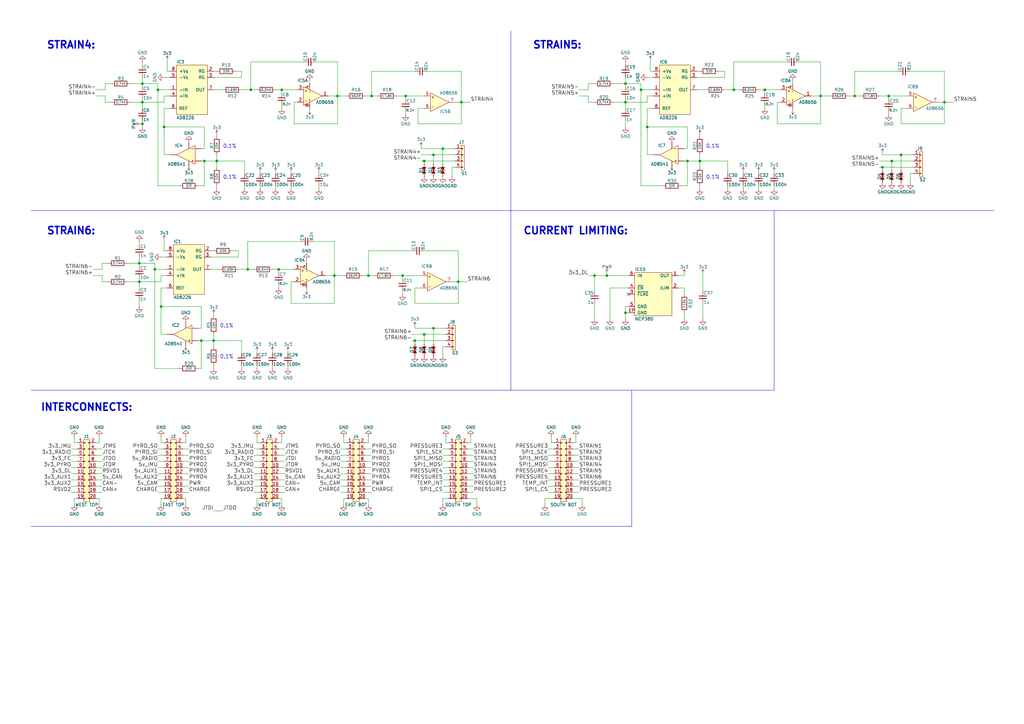
<source format=kicad_sch>
(kicad_sch (version 20230121) (generator eeschema)
  (paper "A3")
  (title_block (title "m3dl - Strain 1 - 3") (date "2016-06-11") (rev "1") (company "Cambridge University Space Flight") (comment 1 "Matt Coates"))
  (junction (at 265.43 52.07))
  (junction (at 102.87 36.83))
  (junction (at 189.23 41.91))
  (junction (at 256.54 128.27))
  (junction (at 166.37 39.37))
  (junction (at 387.35 41.91))
  (junction (at 67.31 52.07))
  (junction (at 177.8 63.5))
  (junction (at 300.99 36.83))
  (junction (at 256.54 41.91))
  (junction (at 58.42 50.8))
  (junction (at 170.18 139.7))
  (junction (at 137.16 113.03))
  (junction (at 88.9 66.04))
  (junction (at 369.57 63.5))
  (junction (at 361.95 68.58))
  (junction (at 66.04 125.73))
  (junction (at 57.15 107.95))
  (junction (at 57.15 115.57))
  (junction (at 138.43 39.37))
  (junction (at 364.49 39.37))
  (junction (at 262.89 36.83))
  (junction (at 350.52 39.37))
  (junction (at 58.42 41.91))
  (junction (at 58.42 34.29))
  (junction (at 151.13 113.03))
  (junction (at 63.5 110.49))
  (junction (at 248.92 113.03))
  (junction (at 181.61 60.96))
  (junction (at 114.3 110.49))
  (junction (at 187.96 115.57))
  (junction (at 173.99 66.04))
  (junction (at 313.69 36.83))
  (junction (at 87.63 139.7))
  (junction (at 287.02 66.04))
  (junction (at 115.57 36.83))
  (junction (at 281.94 66.04))
  (junction (at 365.76 66.04))
  (junction (at 336.55 39.37))
  (junction (at 173.99 137.16))
  (junction (at 256.54 34.29))
  (junction (at 243.84 113.03))
  (junction (at 83.82 66.04))
  (junction (at 82.55 139.7))
  (junction (at 177.8 134.62))
  (junction (at 165.1 113.03))
  (junction (at 152.4 39.37))
  (junction (at 64.77 36.83))
  (junction (at 101.6 110.49))
  (no_connect (at 257.81 120.65))
  (wire (pts (xy 105.41 143.51) (xy 105.41 144.78)))
  (wire (pts (xy 45.72 41.91) (xy 43.18 41.91)))
  (wire (pts (xy 243.84 119.38) (xy 243.84 113.03)))
  (wire (pts (xy 287.02 66.04) (xy 287.02 68.58)))
  (wire (pts (xy 142.24 189.23) (xy 139.7 189.23)))
  (wire (pts (xy 120.65 41.91) (xy 120.65 50.8)))
  (wire (pts (xy 106.68 191.77) (xy 104.14 191.77)))
  (wire (pts (xy 187.96 115.57) (xy 187.96 102.87)))
  (wire (pts (xy 67.31 97.79) (xy 67.31 102.87)))
  (wire (pts (xy 31.75 184.15) (xy 29.21 184.15)))
  (wire (pts (xy 149.86 39.37) (xy 152.4 39.37)))
  (wire (pts (xy 234.95 204.47) (xy 238.76 204.47)))
  (wire (pts (xy 152.4 191.77) (xy 149.86 191.77)))
  (wire (pts (xy 318.77 41.91) (xy 318.77 50.8)))
  (wire (pts (xy 87.63 139.7) (xy 99.06 139.7)))
  (wire (pts (xy 149.86 196.85) (xy 152.4 196.85)))
  (wire (pts (xy 236.22 181.61) (xy 234.95 181.61)))
  (wire (pts (xy 67.31 63.5) (xy 69.85 63.5)))
  (wire (pts (xy 171.45 44.45) (xy 171.45 50.8)))
  (wire (pts (xy 350.52 29.21) (xy 368.3 29.21)))
  (wire (pts (xy 234.95 184.15) (xy 237.49 184.15)))
  (wire (pts (xy 237.49 199.39) (xy 234.95 199.39)))
  (wire (pts (xy 106.68 201.93) (xy 104.14 201.93)))
  (wire (pts (xy 234.95 189.23) (xy 237.49 189.23)))
  (wire (pts (xy 265.43 44.45) (xy 267.97 44.45)))
  (wire (pts (xy 88.9 54.61) (xy 88.9 55.88)))
  (wire (pts (xy 184.15 194.31) (xy 181.61 194.31)))
  (wire (pts (xy 256.54 41.91) (xy 265.43 41.91)))
  (wire (pts (xy 139.7 196.85) (xy 142.24 196.85)))
  (wire (pts (xy 166.37 39.37) (xy 173.99 39.37)))
  (wire (pts (xy 40.64 204.47) (xy 40.64 207.01)))
  (wire (pts (xy 224.79 186.69) (xy 227.33 186.69)))
  (wire (pts (xy 256.54 41.91) (xy 256.54 44.45)))
  (wire (pts (xy 241.3 34.29) (xy 241.3 36.83)))
  (wire (pts (xy 137.16 113.03) (xy 140.97 113.03)))
  (wire (pts (xy 139.7 186.69) (xy 142.24 186.69)))
  (wire (pts (xy 256.54 49.53) (xy 256.54 52.07)))
  (wire (pts (xy 152.4 199.39) (xy 149.86 199.39)))
  (wire (pts (xy 297.18 36.83) (xy 300.99 36.83)))
  (wire (pts (xy 243.84 124.46) (xy 243.84 130.81)))
  (wire (pts (xy 287.02 63.5) (xy 287.02 66.04)))
  (wire (pts (xy 99.06 139.7) (xy 99.06 144.78)))
  (wire (pts (xy 58.42 41.91) (xy 67.31 41.91)))
  (wire (pts (xy 83.82 76.2) (xy 83.82 66.04)))
  (wire (pts (xy 138.43 39.37) (xy 138.43 50.8)))
  (wire (pts (xy 57.15 115.57) (xy 66.04 115.57)))
  (wire (pts (xy 74.93 204.47) (xy 76.2 204.47)))
  (wire (pts (xy 134.62 39.37) (xy 138.43 39.37)))
  (wire (pts (xy 121.92 41.91) (xy 120.65 41.91)))
  (wire (pts (xy 369.57 50.8) (xy 387.35 50.8)))
  (wire (pts (xy 86.36 110.49) (xy 90.17 110.49)))
  (wire (pts (xy 113.03 36.83) (xy 115.57 36.83)))
  (wire (pts (xy 31.75 186.69) (xy 29.21 186.69)))
  (wire (pts (xy 298.45 66.04) (xy 298.45 71.12)))
  (wire (pts (xy 181.61 204.47) (xy 181.61 207.01)))
  (wire (pts (xy 102.87 25.4) (xy 124.46 25.4)))
  (wire (pts (xy 66.04 118.11) (xy 68.58 118.11)))
  (wire (pts (xy 67.31 194.31) (xy 64.77 194.31)))
  (wire (pts (xy 266.7 29.21) (xy 267.97 29.21)))
  (wire (pts (xy 236.22 179.07) (xy 236.22 181.61)))
  (wire (pts (xy 64.77 34.29) (xy 64.77 36.83)))
  (wire (pts (xy 106.68 204.47) (xy 105.41 204.47)))
  (wire (pts (xy 187.96 124.46) (xy 187.96 115.57)))
  (wire (pts (xy 119.38 124.46) (xy 137.16 124.46)))
  (wire (pts (xy 224.79 201.93) (xy 227.33 201.93)))
  (wire (pts (xy 57.15 107.95) (xy 57.15 109.22)))
  (wire (pts (xy 31.75 194.31) (xy 29.21 194.31)))
  (wire (pts (xy 113.03 69.85) (xy 113.03 71.12)))
  (wire (pts (xy 133.35 113.03) (xy 137.16 113.03)))
  (wire (pts (xy 151.13 102.87) (xy 168.91 102.87)))
  (wire (pts (xy 120.65 50.8) (xy 138.43 50.8)))
  (wire (pts (xy 118.11 151.13) (xy 118.11 149.86)))
  (wire (pts (xy 67.31 41.91) (xy 67.31 39.37)))
  (wire (pts (xy 115.57 44.45) (xy 115.57 43.18)))
  (wire (pts (xy 67.31 44.45) (xy 69.85 44.45)))
  (wire (pts (xy 280.67 113.03) (xy 280.67 111.76)))
  (wire (pts (xy 313.69 36.83) (xy 320.04 36.83)))
  (wire (pts (xy 234.95 201.93) (xy 237.49 201.93)))
  (wire (pts (xy 361.95 69.85) (xy 361.95 68.58)))
  (wire (pts (xy 138.43 25.4) (xy 138.43 39.37)))
  (wire (pts (xy 181.61 60.96) (xy 186.69 60.96)))
  (wire (pts (xy 256.54 40.64) (xy 256.54 41.91)))
  (wire (pts (xy 137.16 99.06) (xy 137.16 113.03)))
  (wire (pts (xy 105.41 181.61) (xy 106.68 181.61)))
  (wire (pts (xy 281.94 52.07) (xy 265.43 52.07)))
  (wire (pts (xy 256.54 34.29) (xy 256.54 35.56)))
  (wire (pts (xy 66.04 181.61) (xy 67.31 181.61)))
  (wire (pts (xy 41.91 107.95) (xy 41.91 110.49)))
  (wire (pts (xy 369.57 63.5) (xy 374.65 63.5)))
  (wire (pts (xy 237.49 186.69) (xy 234.95 186.69)))
  (wire (pts (xy 66.04 204.47) (xy 66.04 207.01)))
  (wire (pts (xy 76.2 204.47) (xy 76.2 207.01)))
  (wire (pts (xy 165.1 119.38) (xy 165.1 120.65)))
  (wire (pts (xy 105.41 179.07) (xy 105.41 181.61)))
  (wire (pts (xy 278.13 113.03) (xy 280.67 113.03)))
  (wire (pts (xy 140.97 179.07) (xy 140.97 181.61)))
  (wire (pts (xy 311.15 69.85) (xy 311.15 71.12)))
  (wire (pts (xy 83.82 60.96) (xy 83.82 52.07)))
  (wire (pts (xy 189.23 41.91) (xy 193.04 41.91)))
  (wire (pts (xy 336.55 25.4) (xy 336.55 39.37)))
  (wire (pts (xy 111.76 143.51) (xy 111.76 144.78)))
  (wire (pts (xy 66.04 105.41) (xy 68.58 105.41)))
  (wire (pts (xy 106.68 194.31) (xy 104.14 194.31)))
  (wire (pts (xy 278.13 118.11) (xy 280.67 118.11)))
  (wire (pts (xy 52.07 115.57) (xy 57.15 115.57)))
  (wire (pts (xy 66.04 115.57) (xy 66.04 113.03)))
  (wire (pts (xy 67.31 189.23) (xy 64.77 189.23)))
  (wire (pts (xy 57.15 99.06) (xy 57.15 100.33)))
  (wire (pts (xy 43.18 36.83) (xy 39.37 36.83)))
  (wire (pts (xy 177.8 134.62) (xy 182.88 134.62)))
  (wire (pts (xy 165.1 113.03) (xy 172.72 113.03)))
  (wire (pts (xy 87.63 137.16) (xy 87.63 139.7)))
  (wire (pts (xy 44.45 107.95) (xy 41.91 107.95)))
  (wire (pts (xy 30.48 179.07) (xy 30.48 181.61)))
  (wire (pts (xy 115.57 204.47) (xy 115.57 207.01)))
  (wire (pts (xy 106.68 196.85) (xy 104.14 196.85)))
  (wire (pts (xy 184.15 199.39) (xy 181.61 199.39)))
  (wire (pts (xy 140.97 181.61) (xy 142.24 181.61)))
  (wire (pts (xy 186.69 41.91) (xy 189.23 41.91)))
  (wire (pts (xy 360.68 39.37) (xy 364.49 39.37)))
  (wire (pts (xy 81.28 139.7) (xy 82.55 139.7)))
  (wire (pts (xy 364.49 45.72) (xy 364.49 46.99)))
  (wire (pts (xy 149.86 194.31) (xy 152.4 194.31)))
  (wire (pts (xy 151.13 204.47) (xy 151.13 207.01)))
  (wire (pts (xy 226.06 181.61) (xy 227.33 181.61)))
  (wire (pts (xy 115.57 36.83) (xy 115.57 38.1)))
  (wire (pts (xy 320.04 41.91) (xy 318.77 41.91)))
  (wire (pts (xy 88.9 76.2) (xy 88.9 77.47)))
  (wire (pts (xy 113.03 76.2) (xy 113.03 77.47)))
  (wire (pts (xy 189.23 29.21) (xy 175.26 29.21)))
  (wire (pts (xy 57.15 105.41) (xy 57.15 107.95)))
  (wire (pts (xy 387.35 41.91) (xy 391.16 41.91)))
  (wire (pts (xy 148.59 113.03) (xy 151.13 113.03)))
  (wire (pts (xy 184.15 184.15) (xy 181.61 184.15)))
  (wire (pts (xy 227.33 191.77) (xy 224.79 191.77)))
  (wire (pts (xy 74.93 189.23) (xy 77.47 189.23)))
  (wire (pts (xy 82.55 134.62) (xy 82.55 125.73)))
  (wire (pts (xy 63.5 107.95) (xy 63.5 110.49)))
  (wire (pts (xy 119.38 77.47) (xy 119.38 76.2)))
  (wire (pts (xy 287.02 66.04) (xy 298.45 66.04)))
  (wire (pts (xy 224.79 194.31) (xy 227.33 194.31)))
  (wire (pts (xy 137.16 113.03) (xy 137.16 124.46)))
  (wire (pts (xy 194.31 186.69) (xy 191.77 186.69)))
  (wire (pts (xy 43.18 34.29) (xy 43.18 36.83)))
  (wire (pts (xy 43.18 41.91) (xy 43.18 39.37)))
  (wire (pts (xy 151.13 179.07) (xy 151.13 181.61)))
  (wire (pts (xy 173.99 44.45) (xy 171.45 44.45)))
  (wire (pts (xy 111.76 149.86) (xy 111.76 151.13)))
  (wire (pts (xy 181.61 146.05) (xy 181.61 142.24)))
  (wire (pts (xy 142.24 199.39) (xy 139.7 199.39)))
  (wire (pts (xy 262.89 36.83) (xy 262.89 76.2)))
  (wire (pts (xy 39.37 191.77) (xy 41.91 191.77)))
  (wire (pts (xy 191.77 196.85) (xy 194.31 196.85)))
  (wire (pts (xy 87.63 149.86) (xy 87.63 151.13)))
  (wire (pts (xy 30.48 204.47) (xy 30.48 207.01)))
  (wire (pts (xy 181.61 191.77) (xy 184.15 191.77)))
  (wire (pts (xy 64.77 36.83) (xy 64.77 76.2)))
  (wire (pts (xy 336.55 39.37) (xy 340.36 39.37)))
  (wire (pts (xy 88.9 66.04) (xy 88.9 68.58)))
  (wire (pts (xy 63.5 110.49) (xy 63.5 151.13)))
  (wire (pts (xy 130.81 69.85) (xy 130.81 71.12)))
  (wire (pts (xy 114.3 189.23) (xy 116.84 189.23)))
  (wire (pts (xy 31.75 204.47) (xy 30.48 204.47)))
  (wire (pts (xy 243.84 34.29) (xy 241.3 34.29)))
  (wire (pts (xy 166.37 45.72) (xy 166.37 46.99)))
  (wire (pts (xy 125.73 118.11) (xy 125.73 119.38)))
  (wire (pts (xy 57.15 123.19) (xy 57.15 125.73)))
  (wire (pts (xy 39.37 204.47) (xy 40.64 204.47)))
  (wire (pts (xy 41.91 115.57) (xy 41.91 113.03)))
  (wire (pts (xy 87.63 36.83) (xy 91.44 36.83)))
  (wire (pts (xy 177.8 140.97) (xy 177.8 134.62)))
  (wire (pts (xy 325.12 33.02) (xy 325.12 34.29)))
  (wire (pts (xy 195.58 204.47) (xy 195.58 207.01)))
  (wire (pts (xy 82.55 60.96) (xy 83.82 60.96)))
  (wire (pts (xy 31.75 191.77) (xy 29.21 191.77)))
  (wire (pts (xy 119.38 115.57) (xy 119.38 124.46)))
  (wire (pts (xy 57.15 114.3) (xy 57.15 115.57)))
  (wire (pts (xy 194.31 191.77) (xy 191.77 191.77)))
  (wire (pts (xy 287.02 76.2) (xy 287.02 77.47)))
  (wire (pts (xy 311.15 36.83) (xy 313.69 36.83)))
  (wire (pts (xy 152.4 39.37) (xy 154.94 39.37)))
  (wire (pts (xy 187.96 102.87) (xy 173.99 102.87)))
  (wire (pts (xy 152.4 39.37) (xy 152.4 29.21)))
  (wire (pts (xy 45.72 34.29) (xy 43.18 34.29)))
  (wire (pts (xy 58.42 34.29) (xy 64.77 34.29)))
  (wire (pts (xy 297.18 31.75) (xy 297.18 29.21)))
  (wire (pts (xy 105.41 149.86) (xy 105.41 151.13)))
  (wire (pts (xy 241.3 41.91) (xy 241.3 39.37)))
  (wire (pts (xy 64.77 36.83) (xy 69.85 36.83)))
  (wire (pts (xy 101.6 110.49) (xy 104.14 110.49)))
  (wire (pts (xy 227.33 189.23) (xy 224.79 189.23)))
  (wire (pts (xy 30.48 181.61) (xy 31.75 181.61)))
  (wire (pts (xy 365.76 69.85) (xy 365.76 66.04)))
  (wire (pts (xy 142.24 184.15) (xy 139.7 184.15)))
  (wire (pts (xy 384.81 41.91) (xy 387.35 41.91)))
  (wire (pts (xy 81.28 134.62) (xy 82.55 134.62)))
  (wire (pts (xy 57.15 115.57) (xy 57.15 118.11)))
  (wire (pts (xy 114.3 186.69) (xy 116.84 186.69)))
  (wire (pts (xy 387.35 50.8) (xy 387.35 41.91)))
  (wire (pts (xy 64.77 201.93) (xy 67.31 201.93)))
  (wire (pts (xy 161.29 113.03) (xy 165.1 113.03)))
  (wire (pts (xy 64.77 196.85) (xy 67.31 196.85)))
  (wire (pts (xy 151.13 113.03) (xy 151.13 102.87)))
  (wire (pts (xy 97.79 110.49) (xy 101.6 110.49)))
  (wire (pts (xy 39.37 201.93) (xy 41.91 201.93)))
  (polyline (pts (xy 12.7 160.02) (xy 317.5 160.02)))
  (wire (pts (xy 191.77 201.93) (xy 194.31 201.93)))
  (wire (pts (xy 297.18 29.21) (xy 294.64 29.21)))
  (wire (pts (xy 288.29 119.38) (xy 288.29 111.76)))
  (wire (pts (xy 223.52 204.47) (xy 223.52 207.01)))
  (wire (pts (xy 29.21 199.39) (xy 31.75 199.39)))
  (wire (pts (xy 106.68 76.2) (xy 106.68 77.47)))
  (wire (pts (xy 115.57 179.07) (xy 115.57 181.61)))
  (wire (pts (xy 173.99 66.04) (xy 186.69 66.04)))
  (wire (pts (xy 82.55 139.7) (xy 87.63 139.7)))
  (wire (pts (xy 114.3 194.31) (xy 116.84 194.31)))
  (wire (pts (xy 191.77 189.23) (xy 194.31 189.23)))
  (wire (pts (xy 173.99 140.97) (xy 173.99 137.16)))
  (wire (pts (xy 82.55 125.73) (xy 66.04 125.73)))
  (wire (pts (xy 64.77 191.77) (xy 67.31 191.77)))
  (wire (pts (xy 262.89 36.83) (xy 267.97 36.83)))
  (wire (pts (xy 313.69 44.45) (xy 313.69 43.18)))
  (wire (pts (xy 361.95 63.5) (xy 369.57 63.5)))
  (wire (pts (xy 83.82 52.07) (xy 67.31 52.07)))
  (wire (pts (xy 325.12 44.45) (xy 325.12 45.72)))
  (wire (pts (xy 100.33 66.04) (xy 100.33 71.12)))
  (wire (pts (xy 280.67 118.11) (xy 280.67 120.65)))
  (wire (pts (xy 67.31 204.47) (xy 66.04 204.47)))
  (wire (pts (xy 149.86 201.93) (xy 152.4 201.93)))
  (wire (pts (xy 369.57 44.45) (xy 369.57 50.8)))
  (wire (pts (xy 170.18 140.97) (xy 170.18 139.7)))
  (wire (pts (xy 298.45 77.47) (xy 298.45 76.2)))
  (wire (pts (xy 173.99 137.16) (xy 182.88 137.16)))
  (wire (pts (xy 373.38 74.93) (xy 373.38 71.12)))
  (wire (pts (xy 41.91 113.03) (xy 38.1 113.03)))
  (wire (pts (xy 106.68 189.23) (xy 104.14 189.23)))
  (wire (pts (xy 39.37 196.85) (xy 41.91 196.85)))
  (wire (pts (xy 234.95 194.31) (xy 237.49 194.31)))
  (wire (pts (xy 125.73 106.68) (xy 125.73 107.95)))
  (wire (pts (xy 177.8 67.31) (xy 177.8 63.5)))
  (wire (pts (xy 227.33 199.39) (xy 224.79 199.39)))
  (wire (pts (xy 256.54 25.4) (xy 256.54 26.67)))
  (wire (pts (xy 181.61 204.47) (xy 184.15 204.47)))
  (wire (pts (xy 39.37 184.15) (xy 41.91 184.15)))
  (wire (pts (xy 52.07 107.95) (xy 57.15 107.95)))
  (wire (pts (xy 317.5 69.85) (xy 317.5 71.12)))
  (wire (pts (xy 170.18 134.62) (xy 177.8 134.62)))
  (wire (pts (xy 120.65 115.57) (xy 119.38 115.57)))
  (wire (pts (xy 115.57 181.61) (xy 114.3 181.61)))
  (wire (pts (xy 58.42 31.75) (xy 58.42 34.29)))
  (wire (pts (xy 149.86 204.47) (xy 151.13 204.47)))
  (wire (pts (xy 102.87 36.83) (xy 105.41 36.83)))
  (wire (pts (xy 118.11 143.51) (xy 118.11 144.78)))
  (wire (pts (xy 115.57 36.83) (xy 121.92 36.83)))
  (wire (pts (xy 58.42 41.91) (xy 58.42 44.45)))
  (wire (pts (xy 100.33 77.47) (xy 100.33 76.2)))
  (wire (pts (xy 317.5 77.47) (xy 317.5 76.2)))
  (wire (pts (xy 237.49 191.77) (xy 234.95 191.77)))
  (wire (pts (xy 39.37 194.31) (xy 41.91 194.31)))
  (wire (pts (xy 114.3 196.85) (xy 116.84 196.85)))
  (wire (pts (xy 185.42 68.58) (xy 186.69 68.58)))
  (wire (pts (xy 87.63 139.7) (xy 87.63 142.24)))
  (wire (pts (xy 82.55 66.04) (xy 83.82 66.04)))
  (wire (pts (xy 265.43 41.91) (xy 265.43 39.37)))
  (wire (pts (xy 256.54 31.75) (xy 256.54 34.29)))
  (wire (pts (xy 105.41 204.47) (xy 105.41 207.01)))
  (wire (pts (xy 67.31 102.87) (xy 68.58 102.87)))
  (wire (pts (xy 97.79 102.87) (xy 95.25 102.87)))
  (wire (pts (xy 102.87 36.83) (xy 102.87 25.4)))
  (wire (pts (xy 350.52 39.37) (xy 350.52 29.21)))
  (wire (pts (xy 58.42 25.4) (xy 58.42 26.67)))
  (wire (pts (xy 250.19 118.11) (xy 257.81 118.11)))
  (wire (pts (xy 285.75 31.75) (xy 297.18 31.75)))
  (wire (pts (xy 87.63 128.27) (xy 87.63 129.54)))
  (wire (pts (xy 285.75 29.21) (xy 287.02 29.21)))
  (wire (pts (xy 280.67 66.04) (xy 281.94 66.04)))
  (wire (pts (xy 77.47 186.69) (xy 74.93 186.69)))
  (wire (pts (xy 288.29 124.46) (xy 288.29 130.81)))
  (wire (pts (xy 257.81 125.73) (xy 256.54 125.73)))
  (wire (pts (xy 106.68 186.69) (xy 104.14 186.69)))
  (wire (pts (xy 81.28 76.2) (xy 83.82 76.2)))
  (wire (pts (xy 104.14 199.39) (xy 106.68 199.39)))
  (wire (pts (xy 191.77 194.31) (xy 194.31 194.31)))
  (wire (pts (xy 369.57 69.85) (xy 369.57 63.5)))
  (wire (pts (xy 114.3 201.93) (xy 116.84 201.93)))
  (wire (pts (xy 262.89 34.29) (xy 262.89 36.83)))
  (wire (pts (xy 280.67 128.27) (xy 280.67 130.81)))
  (wire (pts (xy 68.58 29.21) (xy 69.85 29.21)))
  (wire (pts (xy 171.45 50.8) (xy 189.23 50.8)))
  (wire (pts (xy 172.72 118.11) (xy 170.18 118.11)))
  (wire (pts (xy 265.43 31.75) (xy 267.97 31.75)))
  (wire (pts (xy 74.93 196.85) (xy 77.47 196.85)))
  (wire (pts (xy 172.72 63.5) (xy 177.8 63.5)))
  (wire (pts (xy 250.19 118.11) (xy 250.19 130.81)))
  (wire (pts (xy 285.75 36.83) (xy 289.56 36.83)))
  (polyline (pts (xy 12.7 86.36) (xy 407.67 86.36)))
  (wire (pts (xy 43.18 39.37) (xy 39.37 39.37)))
  (wire (pts (xy 189.23 50.8) (xy 189.23 41.91)))
  (wire (pts (xy 182.88 181.61) (xy 184.15 181.61)))
  (wire (pts (xy 304.8 76.2) (xy 304.8 77.47)))
  (wire (pts (xy 281.94 66.04) (xy 287.02 66.04)))
  (wire (pts (xy 64.77 76.2) (xy 73.66 76.2)))
  (wire (pts (xy 41.91 110.49) (xy 38.1 110.49)))
  (wire (pts (xy 350.52 39.37) (xy 353.06 39.37)))
  (wire (pts (xy 365.76 66.04) (xy 374.65 66.04)))
  (wire (pts (xy 74.93 201.93) (xy 77.47 201.93)))
  (wire (pts (xy 194.31 199.39) (xy 191.77 199.39)))
  (wire (pts (xy 266.7 24.13) (xy 266.7 29.21)))
  (wire (pts (xy 243.84 41.91) (xy 241.3 41.91)))
  (wire (pts (xy 241.3 39.37) (xy 237.49 39.37)))
  (wire (pts (xy 256.54 125.73) (xy 256.54 128.27)))
  (wire (pts (xy 300.99 25.4) (xy 322.58 25.4)))
  (wire (pts (xy 181.61 201.93) (xy 184.15 201.93)))
  (wire (pts (xy 67.31 52.07) (xy 67.31 63.5)))
  (wire (pts (xy 191.77 204.47) (xy 195.58 204.47)))
  (wire (pts (xy 39.37 186.69) (xy 41.91 186.69)))
  (wire (pts (xy 58.42 50.8) (xy 58.42 52.07)))
  (wire (pts (xy 151.13 181.61) (xy 149.86 181.61)))
  (wire (pts (xy 257.81 128.27) (xy 256.54 128.27)))
  (wire (pts (xy 106.68 184.15) (xy 104.14 184.15)))
  (wire (pts (xy 318.77 50.8) (xy 336.55 50.8)))
  (wire (pts (xy 189.23 41.91) (xy 189.23 29.21)))
  (wire (pts (xy 74.93 184.15) (xy 77.47 184.15)))
  (wire (pts (xy 66.04 118.11) (xy 66.04 125.73)))
  (wire (pts (xy 152.4 29.21) (xy 170.18 29.21)))
  (wire (pts (xy 127 33.02) (xy 127 34.29)))
  (wire (pts (xy 114.3 204.47) (xy 115.57 204.47)))
  (wire (pts (xy 76.2 181.61) (xy 74.93 181.61)))
  (wire (pts (xy 373.38 71.12) (xy 374.65 71.12)))
  (wire (pts (xy 114.3 191.77) (xy 116.84 191.77)))
  (wire (pts (xy 57.15 107.95) (xy 63.5 107.95)))
  (wire (pts (xy 31.75 196.85) (xy 29.21 196.85)))
  (wire (pts (xy 68.58 24.13) (xy 68.58 29.21)))
  (wire (pts (xy 364.49 39.37) (xy 364.49 40.64)))
  (wire (pts (xy 99.06 36.83) (xy 102.87 36.83)))
  (wire (pts (xy 226.06 179.07) (xy 226.06 181.61)))
  (wire (pts (xy 170.18 139.7) (xy 182.88 139.7)))
  (wire (pts (xy 241.3 36.83) (xy 237.49 36.83)))
  (wire (pts (xy 87.63 29.21) (xy 88.9 29.21)))
  (wire (pts (xy 82.55 151.13) (xy 82.55 139.7)))
  (wire (pts (xy 172.72 60.96) (xy 172.72 59.69)))
  (wire (pts (xy 281.94 60.96) (xy 281.94 52.07)))
  (wire (pts (xy 83.82 66.04) (xy 88.9 66.04)))
  (wire (pts (xy 251.46 34.29) (xy 256.54 34.29)))
  (wire (pts (xy 168.91 139.7) (xy 170.18 139.7)))
  (wire (pts (xy 149.86 189.23) (xy 152.4 189.23)))
  (wire (pts (xy 67.31 184.15) (xy 64.77 184.15)))
  (wire (pts (xy 152.4 186.69) (xy 149.86 186.69)))
  (wire (pts (xy 39.37 189.23) (xy 41.91 189.23)))
  (wire (pts (xy 77.47 199.39) (xy 74.93 199.39)))
  (wire (pts (xy 44.45 115.57) (xy 41.91 115.57)))
  (wire (pts (xy 142.24 204.47) (xy 140.97 204.47)))
  (wire (pts (xy 97.79 105.41) (xy 97.79 102.87)))
  (wire (pts (xy 170.18 118.11) (xy 170.18 124.46)))
  (wire (pts (xy 114.3 199.39) (xy 116.84 199.39)))
  (wire (pts (xy 66.04 179.07) (xy 66.04 181.61)))
  (wire (pts (xy 248.92 111.76) (xy 248.92 113.03)))
  (wire (pts (xy 227.33 184.15) (xy 224.79 184.15)))
  (wire (pts (xy 86.36 102.87) (xy 87.63 102.87)))
  (wire (pts (xy 58.42 40.64) (xy 58.42 41.91)))
  (wire (pts (xy 168.91 137.16) (xy 173.99 137.16)))
  (wire (pts (xy 99.06 29.21) (xy 96.52 29.21)))
  (wire (pts (xy 170.18 124.46) (xy 187.96 124.46)))
  (wire (pts (xy 265.43 63.5) (xy 267.97 63.5)))
  (wire (pts (xy 256.54 34.29) (xy 262.89 34.29)))
  (wire (pts (xy 101.6 110.49) (xy 101.6 99.06)))
  (wire (pts (xy 40.64 181.61) (xy 39.37 181.61)))
  (wire (pts (xy 361.95 63.5) (xy 361.95 62.23)))
  (wire (pts (xy 76.2 179.07) (xy 76.2 181.61)))
  (wire (pts (xy 387.35 29.21) (xy 373.38 29.21)))
  (wire (pts (xy 224.79 196.85) (xy 227.33 196.85)))
  (wire (pts (xy 191.77 184.15) (xy 194.31 184.15)))
  (wire (pts (xy 142.24 194.31) (xy 139.7 194.31)))
  (wire (pts (xy 361.95 68.58) (xy 374.65 68.58)))
  (wire (pts (xy 304.8 69.85) (xy 304.8 71.12)))
  (wire (pts (xy 139.7 191.77) (xy 142.24 191.77)))
  (wire (pts (xy 165.1 113.03) (xy 165.1 114.3)))
  (wire (pts (xy 265.43 39.37) (xy 267.97 39.37)))
  (wire (pts (xy 31.75 201.93) (xy 29.21 201.93)))
  (wire (pts (xy 119.38 69.85) (xy 119.38 71.12)))
  (wire (pts (xy 172.72 66.04) (xy 173.99 66.04)))
  (wire (pts (xy 262.89 76.2) (xy 271.78 76.2)))
  (wire (pts (xy 138.43 39.37) (xy 142.24 39.37)))
  (wire (pts (xy 149.86 184.15) (xy 152.4 184.15)))
  (wire (pts (xy 139.7 201.93) (xy 142.24 201.93)))
  (wire (pts (xy 77.47 191.77) (xy 74.93 191.77)))
  (wire (pts (xy 185.42 72.39) (xy 185.42 68.58)))
  (wire (pts (xy 327.66 25.4) (xy 336.55 25.4)))
  (wire (pts (xy 130.81 77.47) (xy 130.81 76.2)))
  (wire (pts (xy 53.34 34.29) (xy 58.42 34.29)))
  (wire (pts (xy 170.18 134.62) (xy 170.18 133.35)))
  (wire (pts (xy 87.63 31.75) (xy 99.06 31.75)))
  (wire (pts (xy 182.88 179.07) (xy 182.88 181.61)))
  (wire (pts (xy 151.13 113.03) (xy 153.67 113.03)))
  (wire (pts (xy 87.63 209.55) (xy 91.44 209.55)))
  (wire (pts (xy 67.31 31.75) (xy 69.85 31.75)))
  (wire (pts (xy 57.15 50.8) (xy 58.42 50.8)))
  (wire (pts (xy 347.98 39.37) (xy 350.52 39.37)))
  (wire (pts (xy 39.37 199.39) (xy 41.91 199.39)))
  (wire (pts (xy 280.67 60.96) (xy 281.94 60.96)))
  (wire (pts (xy 99.06 151.13) (xy 99.06 149.86)))
  (wire (pts (xy 128.27 99.06) (xy 137.16 99.06)))
  (wire (pts (xy 300.99 36.83) (xy 303.53 36.83)))
  (wire (pts (xy 67.31 44.45) (xy 67.31 52.07)))
  (wire (pts (xy 173.99 67.31) (xy 173.99 66.04)))
  (wire (pts (xy 74.93 194.31) (xy 77.47 194.31)))
  (wire (pts (xy 181.61 142.24) (xy 182.88 142.24)))
  (wire (pts (xy 265.43 44.45) (xy 265.43 52.07)))
  (polyline (pts (xy 259.08 160.02) (xy 259.08 215.9)))
  (wire (pts (xy 64.77 186.69) (xy 67.31 186.69)))
  (wire (pts (xy 66.04 137.16) (xy 68.58 137.16)))
  (wire (pts (xy 140.97 204.47) (xy 140.97 207.01)))
  (wire (pts (xy 67.31 39.37) (xy 69.85 39.37)))
  (wire (pts (xy 99.06 31.75) (xy 99.06 29.21)))
  (wire (pts (xy 53.34 41.91) (xy 58.42 41.91)))
  (wire (pts (xy 234.95 196.85) (xy 237.49 196.85)))
  (wire (pts (xy 111.76 110.49) (xy 114.3 110.49)))
  (wire (pts (xy 332.74 39.37) (xy 336.55 39.37)))
  (wire (pts (xy 114.3 184.15) (xy 116.84 184.15)))
  (wire (pts (xy 127 44.45) (xy 127 45.72)))
  (wire (pts (xy 372.11 44.45) (xy 369.57 44.45)))
  (wire (pts (xy 313.69 36.83) (xy 313.69 38.1)))
  (wire (pts (xy 181.61 196.85) (xy 184.15 196.85)))
  (wire (pts (xy 67.31 199.39) (xy 64.77 199.39)))
  (wire (pts (xy 63.5 151.13) (xy 73.66 151.13)))
  (wire (pts (xy 31.75 189.23) (xy 29.21 189.23)))
  (wire (pts (xy 63.5 110.49) (xy 68.58 110.49)))
  (wire (pts (xy 241.3 113.03) (xy 243.84 113.03)))
  (wire (pts (xy 66.04 113.03) (xy 68.58 113.03)))
  (polyline (pts (xy 317.5 160.02) (xy 317.5 86.36)))
  (wire (pts (xy 256.54 128.27) (xy 256.54 130.81)))
  (wire (pts (xy 193.04 179.07) (xy 193.04 181.61)))
  (wire (pts (xy 360.68 68.58) (xy 361.95 68.58)))
  (wire (pts (xy 88.9 63.5) (xy 88.9 66.04)))
  (wire (pts (xy 58.42 49.53) (xy 58.42 50.8)))
  (wire (pts (xy 114.3 118.11) (xy 114.3 116.84)))
  (wire (pts (xy 129.54 25.4) (xy 138.43 25.4)))
  (wire (pts (xy 251.46 41.91) (xy 256.54 41.91)))
  (wire (pts (xy 58.42 34.29) (xy 58.42 35.56)))
  (wire (pts (xy 88.9 66.04) (xy 100.33 66.04)))
  (wire (pts (xy 162.56 39.37) (xy 166.37 39.37)))
  (wire (pts (xy 238.76 204.47) (xy 238.76 207.01)))
  (wire (pts (xy 101.6 99.06) (xy 123.19 99.06)))
  (wire (pts (xy 387.35 41.91) (xy 387.35 29.21)))
  (wire (pts (xy 311.15 76.2) (xy 311.15 77.47)))
  (wire (pts (xy 181.61 186.69) (xy 184.15 186.69)))
  (wire (pts (xy 248.92 113.03) (xy 257.81 113.03)))
  (wire (pts (xy 360.68 66.04) (xy 365.76 66.04)))
  (wire (pts (xy 336.55 39.37) (xy 336.55 50.8)))
  (wire (pts (xy 114.3 110.49) (xy 120.65 110.49)))
  (wire (pts (xy 40.64 179.07) (xy 40.64 181.61)))
  (wire (pts (xy 166.37 39.37) (xy 166.37 40.64)))
  (wire (pts (xy 300.99 36.83) (xy 300.99 25.4)))
  (wire (pts (xy 243.84 113.03) (xy 248.92 113.03)))
  (wire (pts (xy 265.43 52.07) (xy 265.43 63.5)))
  (wire (pts (xy 281.94 76.2) (xy 281.94 66.04)))
  (wire (pts (xy 187.96 115.57) (xy 191.77 115.57)))
  (wire (pts (xy 184.15 189.23) (xy 181.61 189.23)))
  (wire (pts (xy 287.02 54.61) (xy 287.02 55.88)))
  (wire (pts (xy 193.04 181.61) (xy 191.77 181.61)))
  (wire (pts (xy 223.52 204.47) (xy 227.33 204.47)))
  (wire (pts (xy 364.49 39.37) (xy 372.11 39.37)))
  (wire (pts (xy 279.4 76.2) (xy 281.94 76.2)))
  (wire (pts (xy 106.68 69.85) (xy 106.68 71.12)))
  (wire (pts (xy 81.28 151.13) (xy 82.55 151.13)))
  (wire (pts (xy 177.8 63.5) (xy 186.69 63.5)))
  (wire (pts (xy 66.04 125.73) (xy 66.04 137.16)))
  (wire (pts (xy 114.3 110.49) (xy 114.3 111.76)))
  (wire (pts (xy 172.72 60.96) (xy 181.61 60.96)))
  (polyline (pts (xy 209.55 12.7) (xy 209.55 160.02)))
  (wire (pts (xy 185.42 115.57) (xy 187.96 115.57)))
  (wire (pts (xy 86.36 105.41) (xy 97.79 105.41)))
  (wire (pts (xy 181.61 67.31) (xy 181.61 60.96)))
  (polyline (pts (xy 259.08 215.9) (xy 12.7 215.9)))
  (text "0.1%" (at 91.44 60.96 0) (effects (font (size 1.524 1.524)) (justify left bottom)))
  (text "0.1%" (at 91.44 73.66 0) (effects (font (size 1.524 1.524)) (justify left bottom)))
  (text "0.1%" (at 90.17 134.62 0) (effects (font (size 1.524 1.524)) (justify left bottom)))
  (text "0.1%" (at 90.17 147.32 0) (effects (font (size 1.524 1.524)) (justify left bottom)))
  (text "0.1%" (at 289.56 73.66 0) (effects (font (size 1.524 1.524)) (justify left bottom)))
  (text "INTERCONNECTS:" (at 54.61 168.91 0) (effects (font (size 2.9972 2.9972) (thickness 0.5994) bold) (justify right bottom)))
  (text "STRAIN5:" (at 238.76 20.32 0) (effects (font (size 2.9972 2.9972) (thickness 0.5994) bold) (justify right bottom)))
  (text "STRAIN6:" (at 39.37 96.52 0) (effects (font (size 2.9972 2.9972) (thickness 0.5994) bold) (justify right bottom)))
  (text "0.1%" (at 289.56 60.96 0) (effects (font (size 1.524 1.524)) (justify left bottom)))
  (text "STRAIN4:" (at 39.37 20.32 0) (effects (font (size 2.9972 2.9972) (thickness 0.5994) bold) (justify right bottom)))
  (text "CURRENT LIMITING:" (at 257.81 96.52 0) (effects (font (size 2.9972 2.9972) (thickness 0.5994) bold) (justify right bottom)))
  (label "PYRO2" (at 77.47 191.77 0) (effects (font (size 1.524 1.524))))
  (label "3v3_AUX2" (at 104.14 199.39 180) (effects (font (size 1.524 1.524))))
  (label "STRAIN4-" (at 172.72 66.04 180) (effects (font (size 1.524 1.524))))
  (label "STRAIN3" (at 194.31 189.23 0) (effects (font (size 1.524 1.524))))
  (label "STRAIN3" (at 237.49 189.23 0) (effects (font (size 1.524 1.524))))
  (label "5v_AUX2" (at 139.7 196.85 180) (effects (font (size 1.524 1.524))))
  (label "STRAIN6" (at 194.31 196.85 0) (effects (font (size 1.524 1.524))))
  (label "3v3_AUX1" (at 104.14 196.85 180) (effects (font (size 1.524 1.524))))
  (label "PWR" (at 152.4 199.39 0) (effects (font (size 1.524 1.524))))
  (label "STRAIN4+" (at 39.37 39.37 180) (effects (font (size 1.524 1.524))))
  (label "PYRO_SO" (at 152.4 184.15 0) (effects (font (size 1.524 1.524))))
  (label "STRAIN4-" (at 39.37 36.83 180) (effects (font (size 1.524 1.524))))
  (label "SPI1_SCK" (at 181.61 186.69 180) (effects (font (size 1.524 1.524))))
  (label "PYRO_SO" (at 139.7 184.15 180) (effects (font (size 1.524 1.524))))
  (label "CHARGE" (at 64.77 201.93 180) (effects (font (size 1.524 1.524))))
  (label "RSVD1" (at 116.84 194.31 0) (effects (font (size 1.524 1.524))))
  (label "PYRO_SI" (at 152.4 186.69 0) (effects (font (size 1.524 1.524))))
  (label "JTMS" (at 116.84 184.15 0) (effects (font (size 1.524 1.524))))
  (label "3v3_DL" (at 241.3 113.03 180) (effects (font (size 1.524 1.524))))
  (label "CAN-" (at 116.84 199.39 0) (effects (font (size 1.524 1.524))))
  (label "JTCK" (at 41.91 186.69 0) (effects (font (size 1.524 1.524))))
  (label "CHARGE" (at 77.47 201.93 0) (effects (font (size 1.524 1.524))))
  (label "5v_AUX1" (at 64.77 194.31 180) (effects (font (size 1.524 1.524))))
  (label "JTDI" (at 87.63 209.55 180) (effects (font (size 1.524 1.524))))
  (label "CHARGE" (at 152.4 201.93 0) (effects (font (size 1.524 1.524))))
  (label "STRAIN5" (at 391.16 41.91 0) (effects (font (size 1.524 1.524))))
  (label "JTDO" (at 41.91 189.23 0) (effects (font (size 1.524 1.524))))
  (label "PYRO_SO" (at 77.47 184.15 0) (effects (font (size 1.524 1.524))))
  (label "STRAIN4+" (at 172.72 63.5 180) (effects (font (size 1.524 1.524))))
  (label "PYRO3" (at 77.47 194.31 0) (effects (font (size 1.524 1.524))))
  (label "PYRO4" (at 77.47 196.85 0) (effects (font (size 1.524 1.524))))
  (label "STRAIN5+" (at 237.49 39.37 180) (effects (font (size 1.524 1.524))))
  (label "JTDO" (at 91.44 209.55 0) (effects (font (size 1.524 1.524))))
  (label "CAN+" (at 116.84 201.93 0) (effects (font (size 1.524 1.524))))
  (label "STRAIN6+" (at 38.1 113.03 180) (effects (font (size 1.524 1.524))))
  (label "JTDR" (at 116.84 191.77 0) (effects (font (size 1.524 1.524))))
  (label "STRAIN4" (at 193.04 41.91 0) (effects (font (size 1.524 1.524))))
  (label "STRAIN5+" (at 360.68 66.04 180) (effects (font (size 1.524 1.524))))
  (label "5v_CAM" (at 64.77 199.39 180) (effects (font (size 1.524 1.524))))
  (label "5v_IMU" (at 139.7 191.77 180) (effects (font (size 1.524 1.524))))
  (label "PRESSURE4" (at 224.79 194.31 180) (effects (font (size 1.524 1.524))))
  (label "RSVD1" (at 41.91 194.31 0) (effects (font (size 1.524 1.524))))
  (label "PRESSURE5" (at 181.61 196.85 180) (effects (font (size 1.524 1.524))))
  (label "STRAIN5" (at 237.49 194.31 0) (effects (font (size 1.524 1.524))))
  (label "PYRO_SO" (at 64.77 184.15 180) (effects (font (size 1.524 1.524))))
  (label "STRAIN5-" (at 237.49 36.83 180) (effects (font (size 1.524 1.524))))
  (label "PRESSURE5" (at 224.79 196.85 180) (effects (font (size 1.524 1.524))))
  (label "PYRO_SI" (at 139.7 186.69 180) (effects (font (size 1.524 1.524))))
  (label "PRESSURE4" (at 181.61 194.31 180) (effects (font (size 1.524 1.524))))
  (label "JTDI" (at 116.84 189.23 0) (effects (font (size 1.524 1.524))))
  (label "5v_CAM" (at 139.7 199.39 180) (effects (font (size 1.524 1.524))))
  (label "3v3_FC" (at 29.21 189.23 180) (effects (font (size 1.524 1.524))))
  (label "STRAIN6-" (at 38.1 110.49 180) (effects (font (size 1.524 1.524))))
  (label "JTCK" (at 116.84 186.69 0) (effects (font (size 1.524 1.524))))
  (label "3v3_DL" (at 29.21 194.31 180) (effects (font (size 1.524 1.524))))
  (label "5v_RADIO" (at 139.7 189.23 180) (effects (font (size 1.524 1.524))))
  (label "PYRO_SI" (at 64.77 186.69 180) (effects (font (size 1.524 1.524))))
  (label "STRAIN1" (at 237.49 184.15 0) (effects (font (size 1.524 1.524))))
  (label "RSVD2" (at 104.14 201.93 180) (effects (font (size 1.524 1.524))))
  (label "5v_IMU" (at 64.77 191.77 180) (effects (font (size 1.524 1.524))))
  (label "SPI1_CS" (at 181.61 201.93 180) (effects (font (size 1.524 1.524))))
  (label "SPI1_MISO" (at 224.79 189.23 180) (effects (font (size 1.524 1.524))))
  (label "5v_AUX2" (at 64.77 196.85 180) (effects (font (size 1.524 1.524))))
  (label "STRAIN4" (at 237.49 191.77 0) (effects (font (size 1.524 1.524))))
  (label "PRESSURE3" (at 224.79 184.15 180) (effects (font (size 1.524 1.524))))
  (label "PYRO4" (at 152.4 196.85 0) (effects (font (size 1.524 1.524))))
  (label "STRAIN6-" (at 168.91 139.7 180) (effects (font (size 1.524 1.524))))
  (label "JTDR" (at 41.91 191.77 0) (effects (font (size 1.524 1.524))))
  (label "3v3_PYRO" (at 29.21 191.77 180) (effects (font (size 1.524 1.524))))
  (label "PWR" (at 77.47 199.39 0) (effects (font (size 1.524 1.524))))
  (label "CAN+" (at 41.91 201.93 0) (effects (font (size 1.524 1.524))))
  (label "STRAIN4" (at 194.31 191.77 0) (effects (font (size 1.524 1.524))))
  (label "PRESSURE1" (at 237.49 199.39 0) (effects (font (size 1.524 1.524))))
  (label "PYRO2" (at 152.4 191.77 0) (effects (font (size 1.524 1.524))))
  (label "PYRO3" (at 152.4 194.31 0) (effects (font (size 1.524 1.524))))
  (label "3v3_PYRO" (at 104.14 191.77 180) (effects (font (size 1.524 1.524))))
  (label "PRESSURE2" (at 194.31 201.93 0) (effects (font (size 1.524 1.524))))
  (label "3v3_AUX1" (at 29.21 196.85 180) (effects (font (size 1.524 1.524))))
  (label "3v3_RADIO" (at 29.21 186.69 180) (effects (font (size 1.524 1.524))))
  (label "STRAIN6" (at 191.77 115.57 0) (effects (font (size 1.524 1.524))))
  (label "PYRO1" (at 77.47 189.23 0) (effects (font (size 1.524 1.524))))
  (label "PYRO_SI" (at 77.47 186.69 0) (effects (font (size 1.524 1.524))))
  (label "PRESSURE2" (at 237.49 201.93 0) (effects (font (size 1.524 1.524))))
  (label "STRAIN2" (at 194.31 186.69 0) (effects (font (size 1.524 1.524))))
  (label "JTMS" (at 41.91 184.15 0) (effects (font (size 1.524 1.524))))
  (label "5v_CAN" (at 116.84 196.85 0) (effects (font (size 1.524 1.524))))
  (label "5v_AUX1" (at 139.7 194.31 180) (effects (font (size 1.524 1.524))))
  (label "STRAIN5-" (at 360.68 68.58 180) (effects (font (size 1.524 1.524))))
  (label "SPI1_MISO" (at 181.61 189.23 180) (effects (font (size 1.524 1.524))))
  (label "SPI1_CS" (at 224.79 201.93 180) (effects (font (size 1.524 1.524))))
  (label "3v3_FC" (at 104.14 189.23 180) (effects (font (size 1.524 1.524))))
  (label "PRESSURE1" (at 194.31 199.39 0) (effects (font (size 1.524 1.524))))
  (label "3v3_RADIO" (at 104.14 186.69 180) (effects (font (size 1.524 1.524))))
  (label "3v3_IMU" (at 29.21 184.15 180) (effects (font (size 1.524 1.524))))
  (label "CAN-" (at 41.91 199.39 0) (effects (font (size 1.524 1.524))))
  (label "STRAIN1" (at 194.31 184.15 0) (effects (font (size 1.524 1.524))))
  (label "STRAIN2" (at 237.49 186.69 0) (effects (font (size 1.524 1.524))))
  (label "3v3_IMU" (at 104.14 184.15 180) (effects (font (size 1.524 1.524))))
  (label "SPI1_MOSI" (at 181.61 191.77 180) (effects (font (size 1.524 1.524))))
  (label "SPI1_SCK" (at 224.79 186.69 180) (effects (font (size 1.524 1.524))))
  (label "STRAIN5" (at 194.31 194.31 0) (effects (font (size 1.524 1.524))))
  (label "STRAIN6+" (at 168.91 137.16 180) (effects (font (size 1.524 1.524))))
  (label "5v_CAN" (at 41.91 196.85 0) (effects (font (size 1.524 1.524))))
  (label "3v3_DL" (at 104.14 194.31 180) (effects (font (size 1.524 1.524))))
  (label "TEMP_INT" (at 181.61 199.39 180) (effects (font (size 1.524 1.524))))
  (label "TEMP_INT" (at 224.79 199.39 180) (effects (font (size 1.524 1.524))))
  (label "RSVD2" (at 29.21 201.93 180) (effects (font (size 1.524 1.524))))
  (label "5v_RADIO" (at 64.77 189.23 180) (effects (font (size 1.524 1.524))))
  (label "PRESSURE3" (at 181.61 184.15 180) (effects (font (size 1.524 1.524))))
  (label "3v3_AUX2" (at 29.21 199.39 180) (effects (font (size 1.524 1.524))))
  (label "SPI1_MOSI" (at 224.79 191.77 180) (effects (font (size 1.524 1.524))))
  (label "CHARGE" (at 139.7 201.93 180) (effects (font (size 1.524 1.524))))
  (label "STRAIN6" (at 237.49 196.85 0) (effects (font (size 1.524 1.524))))
  (label "PYRO1" (at 152.4 189.23 0) (effects (font (size 1.524 1.524))))
  (symbol (lib_id "strain_4-6-rescue:CONN_02x10") (at 72.39 181.61 0) (unit 1)
    (property "Reference" "J2" (at 69.85 179.07 0) (effects (justify left)))
    (property "Value" "EAST TOP" (at 71.12 207.01 0))
    (property "Footprint" "agg:TFML-110-02-L-D" (effects hide))
  )
  (symbol (lib_id "strain_4-6-rescue:CONN_02x10") (at 147.32 181.61 0) (unit 1)
    (property "Reference" "J4" (at 144.78 179.07 0) (effects (justify left)))
    (property "Value" "EAST BOT" (at 146.05 207.01 0))
    (property "Footprint" "agg:SFML-110-02-L-D-LC" (effects hide))
  )
  (symbol (lib_id "strain_4-6-rescue:CONN_02x10") (at 36.83 181.61 0) (unit 1)
    (property "Reference" "J1" (at 34.29 179.07 0) (effects (justify left)))
    (property "Value" "WEST TOP" (at 35.56 207.01 0))
    (property "Footprint" "agg:TFML-110-02-L-D" (effects hide))
  )
  (symbol (lib_id "strain_4-6-rescue:CONN_02x10") (at 111.76 181.61 0) (unit 1)
    (property "Reference" "J3" (at 109.22 179.07 0) (effects (justify left)))
    (property "Value" "WEST BOT" (at 110.49 207.01 0))
    (property "Footprint" "agg:SFML-110-02-L-D-LC" (effects hide))
  )
  (symbol (lib_id "strain_4-6-rescue:GND") (at 76.2 207.01 0) (unit 1)
    (property "Reference" "#PWR01" (effects hide))
    (property "Value" "GND" (at 76.2 210.82 0))
  )
  (symbol (lib_id "strain_4-6-rescue:GND") (at 66.04 207.01 0) (unit 1)
    (property "Reference" "#PWR02" (effects hide))
    (property "Value" "GND" (at 66.04 210.82 0))
  )
  (symbol (lib_id "strain_4-6-rescue:GND") (at 40.64 207.01 0) (unit 1)
    (property "Reference" "#PWR03" (effects hide))
    (property "Value" "GND" (at 40.64 210.82 0))
  )
  (symbol (lib_id "strain_4-6-rescue:GND") (at 30.48 207.01 0) (unit 1)
    (property "Reference" "#PWR04" (effects hide))
    (property "Value" "GND" (at 30.48 210.82 0))
  )
  (symbol (lib_id "strain_4-6-rescue:GND") (at 30.48 179.07 180) (unit 1)
    (property "Reference" "#PWR05" (effects hide))
    (property "Value" "GND" (at 30.48 175.26 0))
  )
  (symbol (lib_id "strain_4-6-rescue:GND") (at 40.64 179.07 180) (unit 1)
    (property "Reference" "#PWR06" (effects hide))
    (property "Value" "GND" (at 40.64 175.26 0))
  )
  (symbol (lib_id "strain_4-6-rescue:GND") (at 66.04 179.07 180) (unit 1)
    (property "Reference" "#PWR07" (effects hide))
    (property "Value" "GND" (at 66.04 175.26 0))
  )
  (symbol (lib_id "strain_4-6-rescue:GND") (at 76.2 179.07 180) (unit 1)
    (property "Reference" "#PWR08" (effects hide))
    (property "Value" "GND" (at 76.2 175.26 0))
  )
  (symbol (lib_id "strain_4-6-rescue:GND") (at 105.41 207.01 0) (unit 1)
    (property "Reference" "#PWR09" (effects hide))
    (property "Value" "GND" (at 105.41 210.82 0))
  )
  (symbol (lib_id "strain_4-6-rescue:GND") (at 115.57 207.01 0) (unit 1)
    (property "Reference" "#PWR010" (effects hide))
    (property "Value" "GND" (at 115.57 210.82 0))
  )
  (symbol (lib_id "strain_4-6-rescue:GND") (at 140.97 207.01 0) (unit 1)
    (property "Reference" "#PWR011" (effects hide))
    (property "Value" "GND" (at 140.97 210.82 0))
  )
  (symbol (lib_id "strain_4-6-rescue:GND") (at 151.13 207.01 0) (unit 1)
    (property "Reference" "#PWR012" (effects hide))
    (property "Value" "GND" (at 151.13 210.82 0))
  )
  (symbol (lib_id "strain_4-6-rescue:GND") (at 105.41 179.07 180) (unit 1)
    (property "Reference" "#PWR013" (effects hide))
    (property "Value" "GND" (at 105.41 175.26 0))
  )
  (symbol (lib_id "strain_4-6-rescue:GND") (at 115.57 179.07 180) (unit 1)
    (property "Reference" "#PWR014" (effects hide))
    (property "Value" "GND" (at 115.57 175.26 0))
  )
  (symbol (lib_id "strain_4-6-rescue:GND") (at 140.97 179.07 180) (unit 1)
    (property "Reference" "#PWR015" (effects hide))
    (property "Value" "GND" (at 140.97 175.26 0))
  )
  (symbol (lib_id "strain_4-6-rescue:GND") (at 151.13 179.07 180) (unit 1)
    (property "Reference" "#PWR016" (effects hide))
    (property "Value" "GND" (at 151.13 175.26 0))
  )
  (symbol (lib_id "strain_4-6-rescue:R") (at 49.53 34.29 90) (unit 1)
    (property "Reference" "R3" (at 49.53 32.258 90))
    (property "Value" "3.74K" (at 49.53 34.29 90) (effects (font (size 0.9906 0.9906))))
    (property "Footprint" "Resistors_SMD:R_0603" (effects hide))
    (property "Farnell" "2059366" (effects hide))
  )
  (symbol (lib_id "strain_4-6-rescue:R") (at 49.53 41.91 90) (unit 1)
    (property "Reference" "R4" (at 49.53 39.878 90))
    (property "Value" "3.74K" (at 49.53 41.91 90) (effects (font (size 0.9906 0.9906))))
    (property "Footprint" "Resistors_SMD:R_0603" (effects hide))
    (property "Farnell" "2059366" (effects hide))
  )
  (symbol (lib_id "strain_4-6-rescue:C_Small") (at 58.42 38.1 0) (unit 1)
    (property "Reference" "C5" (at 58.674 36.322 0) (effects (justify left)))
    (property "Value" "10n" (at 58.674 40.132 0) (effects (justify left)))
    (property "Footprint" "Capacitors_SMD:C_0603" (effects hide))
    (property "Farnell" "1457729" (effects hide))
  )
  (symbol (lib_id "strain_4-6-rescue:C_Small") (at 58.42 29.21 0) (unit 1)
    (property "Reference" "C4" (at 58.674 27.432 0) (effects (justify left)))
    (property "Value" "1n" (at 58.674 31.242 0) (effects (justify left)))
    (property "Footprint" "Capacitors_SMD:C_0603" (effects hide))
    (property "Farnell" "1813443" (effects hide))
  )
  (symbol (lib_id "strain_4-6-rescue:C_Small") (at 58.42 46.99 0) (unit 1)
    (property "Reference" "C6" (at 58.674 45.212 0) (effects (justify left)))
    (property "Value" "1n" (at 58.674 49.022 0) (effects (justify left)))
    (property "Footprint" "Capacitors_SMD:C_0603" (effects hide))
    (property "Farnell" "1813443" (effects hide))
  )
  (symbol (lib_id "strain_4-6-rescue:GND") (at 58.42 25.4 180) (unit 1)
    (property "Reference" "#PWR017" (effects hide))
    (property "Value" "GND" (at 58.42 21.59 0))
  )
  (symbol (lib_id "strain_4-6-rescue:GND") (at 58.42 52.07 0) (unit 1)
    (property "Reference" "#PWR018" (effects hide))
    (property "Value" "GND" (at 58.42 55.88 0))
  )
  (symbol (lib_id "strain_4-6-rescue:R") (at 109.22 36.83 90) (unit 1)
    (property "Reference" "R14" (at 109.22 39.37 90))
    (property "Value" "6.04K" (at 109.22 36.83 90) (effects (font (size 0.9906 0.9906))))
    (property "Footprint" "Resistors_SMD:R_0603" (effects hide))
    (property "Farnell" "2059386" (effects hide))
  )
  (symbol (lib_id "strain_4-6-rescue:C_Small") (at 115.57 40.64 0) (unit 1)
    (property "Reference" "C8" (at 115.824 38.862 0) (effects (justify left)))
    (property "Value" "8.2n" (at 115.824 42.672 0) (effects (font (size 0.9906 0.9906)) (justify left)))
    (property "Footprint" "Capacitors_SMD:C_0603" (effects hide))
    (property "Farnell" "1865464" (effects hide))
  )
  (symbol (lib_id "strain_4-6-rescue:C_Small") (at 127 25.4 90) (unit 1)
    (property "Reference" "C10" (at 125.222 25.146 0) (effects (justify left)))
    (property "Value" "82n" (at 129.032 25.146 0) (effects (justify left)))
    (property "Footprint" "Capacitors_SMD:C_0603" (effects hide))
    (property "Farnell" "1865539" (effects hide))
  )
  (symbol (lib_id "strain_4-6-rescue:GND") (at 115.57 44.45 0) (unit 1)
    (property "Reference" "#PWR019" (effects hide))
    (property "Value" "GND" (at 115.57 48.26 0))
  )
  (symbol (lib_id "strain_4-6-rescue:3v3") (at 127 45.72 180) (unit 1)
    (property "Reference" "#PWR020" (effects hide))
    (property "Value" "3v3" (at 127 48.006 0))
  )
  (symbol (lib_id "strain_4-6-rescue:GND") (at 127 33.02 180) (unit 1)
    (property "Reference" "#PWR021" (effects hide))
    (property "Value" "GND" (at 127 29.21 0))
  )
  (symbol (lib_id "strain_4-6-rescue:R") (at 146.05 39.37 90) (mirror x) (unit 1)
    (property "Reference" "R16" (at 146.05 36.83 90))
    (property "Value" "562R" (at 146.05 39.37 90) (effects (font (size 0.9906 0.9906))))
    (property "Footprint" "Resistors_SMD:R_0603" (effects hide))
    (property "Farnell" "1170763" (effects hide))
  )
  (symbol (lib_id "strain_4-6-rescue:R") (at 158.75 39.37 90) (mirror x) (unit 1)
    (property "Reference" "R18" (at 158.75 36.83 90))
    (property "Value" "17.8K" (at 158.75 39.37 90) (effects (font (size 0.9906 0.9906))))
    (property "Footprint" "Resistors_SMD:R_0603" (effects hide))
    (property "Farnell" "1170912" (effects hide))
  )
  (symbol (lib_id "strain_4-6-rescue:C_Small") (at 166.37 43.18 0) (unit 1)
    (property "Reference" "C12" (at 166.624 41.402 0) (effects (justify left)))
    (property "Value" "8.2n" (at 166.624 45.212 0) (effects (font (size 0.9906 0.9906)) (justify left)))
    (property "Footprint" "Capacitors_SMD:C_0603" (effects hide))
    (property "Farnell" "1865464" (effects hide))
  )
  (symbol (lib_id "strain_4-6-rescue:GND") (at 166.37 46.99 0) (unit 1)
    (property "Reference" "#PWR022" (effects hide))
    (property "Value" "GND" (at 166.37 50.8 0))
  )
  (symbol (lib_id "strain_4-6-rescue:C_Small") (at 172.72 29.21 90) (unit 1)
    (property "Reference" "C14" (at 170.942 28.956 0) (effects (justify left)))
    (property "Value" "82n" (at 174.752 28.956 0) (effects (justify left)))
    (property "Footprint" "Capacitors_SMD:C_0603" (effects hide))
    (property "Farnell" "1865539" (effects hide))
  )
  (symbol (lib_id "strain_4-6-rescue:3v3") (at 280.67 111.76 0) (unit 1)
    (property "Reference" "#PWR023" (effects hide))
    (property "Value" "3v3" (at 280.67 109.474 0))
  )
  (symbol (lib_id "strain_4-6-rescue:AD8226") (at 77.47 36.83 0) (unit 1)
    (property "Reference" "IC3" (at 72.39 25.4 0) (effects (justify left)))
    (property "Value" "AD8226" (at 72.39 48.26 0) (effects (justify left)))
    (property "Footprint" "agg:MSOP-8" (effects hide))
    (property "Farnell" "2462026" (effects hide))
  )
  (symbol (lib_id "strain_4-6-rescue:AD8541") (at 77.47 63.5 180) (unit 1)
    (property "Reference" "IC4" (at 74.93 59.69 0) (effects (justify left)))
    (property "Value" "AD8541" (at 76.2 67.31 0) (effects (justify left)))
    (property "Footprint" "agg:SC-70-5" (effects hide))
    (property "Farnell" "1333254" (effects hide))
  )
  (symbol (lib_id "strain_4-6-rescue:GND") (at 67.31 31.75 270) (unit 1)
    (property "Reference" "#PWR024" (effects hide))
    (property "Value" "GND" (at 63.5 31.75 0))
  )
  (symbol (lib_id "strain_4-6-rescue:3v3") (at 68.58 24.13 0) (unit 1)
    (property "Reference" "#PWR025" (effects hide))
    (property "Value" "3v3" (at 68.58 21.844 0))
  )
  (symbol (lib_id "strain_4-6-rescue:R") (at 88.9 59.69 180) (unit 1)
    (property "Reference" "R7" (at 86.868 59.69 90))
    (property "Value" "10K" (at 88.9 59.69 90) (effects (font (size 0.9906 0.9906))))
    (property "Footprint" "Resistors_SMD:R_0603" (effects hide))
    (property "Farnell" "1697388" (effects hide))
  )
  (symbol (lib_id "strain_4-6-rescue:R") (at 88.9 72.39 180) (unit 1)
    (property "Reference" "R8" (at 86.868 72.39 90))
    (property "Value" "10K" (at 88.9 72.39 90) (effects (font (size 0.9906 0.9906))))
    (property "Footprint" "Resistors_SMD:R_0603" (effects hide))
    (property "Farnell" "1697388" (effects hide))
  )
  (symbol (lib_id "strain_4-6-rescue:GND") (at 88.9 77.47 0) (unit 1)
    (property "Reference" "#PWR026" (effects hide))
    (property "Value" "GND" (at 88.9 81.28 0))
  )
  (symbol (lib_id "strain_4-6-rescue:3v3") (at 88.9 54.61 0) (unit 1)
    (property "Reference" "#PWR027" (effects hide))
    (property "Value" "3v3" (at 88.9 52.324 0))
  )
  (symbol (lib_id "strain_4-6-rescue:3v3") (at 77.47 68.58 180) (unit 1)
    (property "Reference" "#PWR028" (effects hide))
    (property "Value" "3v3" (at 77.47 70.866 0))
  )
  (symbol (lib_id "strain_4-6-rescue:GND") (at 77.47 58.42 180) (unit 1)
    (property "Reference" "#PWR029" (effects hide))
    (property "Value" "GND" (at 77.47 54.61 0))
  )
  (symbol (lib_id "strain_4-6-rescue:R") (at 92.71 29.21 270) (unit 1)
    (property "Reference" "R10" (at 92.71 26.67 90))
    (property "Value" "330" (at 92.71 29.21 90) (effects (font (size 0.9906 0.9906))))
    (property "Footprint" "Resistors_SMD:R_0603" (effects hide))
    (property "Farnell" "2502447" (effects hide))
  )
  (symbol (lib_id "strain_4-6-rescue:R") (at 95.25 36.83 90) (unit 1)
    (property "Reference" "R12" (at 95.25 39.37 90))
    (property "Value" "1.69K" (at 95.25 36.83 90) (effects (font (size 0.9906 0.9906))))
    (property "Footprint" "Resistors_SMD:R_0603" (effects hide))
    (property "Farnell" "2059339" (effects hide))
  )
  (symbol (lib_id "strain_4-6-rescue:R") (at 247.65 34.29 90) (unit 1)
    (property "Reference" "R19" (at 247.65 32.258 90))
    (property "Value" "3.74K" (at 247.65 34.29 90) (effects (font (size 0.9906 0.9906))))
    (property "Footprint" "Resistors_SMD:R_0603" (effects hide))
    (property "Farnell" "2059366" (effects hide))
  )
  (symbol (lib_id "strain_4-6-rescue:R") (at 247.65 41.91 90) (unit 1)
    (property "Reference" "R20" (at 247.65 39.878 90))
    (property "Value" "3.74K" (at 247.65 41.91 90) (effects (font (size 0.9906 0.9906))))
    (property "Footprint" "Resistors_SMD:R_0603" (effects hide))
    (property "Farnell" "2059366" (effects hide))
  )
  (symbol (lib_id "strain_4-6-rescue:C_Small") (at 256.54 38.1 0) (unit 1)
    (property "Reference" "C16" (at 256.794 36.322 0) (effects (justify left)))
    (property "Value" "10n" (at 256.794 40.132 0) (effects (justify left)))
    (property "Footprint" "Capacitors_SMD:C_0603" (effects hide))
    (property "Farnell" "1457729" (effects hide))
  )
  (symbol (lib_id "strain_4-6-rescue:C_Small") (at 256.54 29.21 0) (unit 1)
    (property "Reference" "C15" (at 256.794 27.432 0) (effects (justify left)))
    (property "Value" "1n" (at 256.794 31.242 0) (effects (justify left)))
    (property "Footprint" "Capacitors_SMD:C_0603" (effects hide))
    (property "Farnell" "1813443" (effects hide))
  )
  (symbol (lib_id "strain_4-6-rescue:C_Small") (at 256.54 46.99 0) (unit 1)
    (property "Reference" "C17" (at 256.794 45.212 0) (effects (justify left)))
    (property "Value" "1n" (at 256.794 49.022 0) (effects (justify left)))
    (property "Footprint" "Capacitors_SMD:C_0603" (effects hide))
    (property "Farnell" "1813443" (effects hide))
  )
  (symbol (lib_id "strain_4-6-rescue:GND") (at 256.54 25.4 180) (unit 1)
    (property "Reference" "#PWR030" (effects hide))
    (property "Value" "GND" (at 256.54 21.59 0))
  )
  (symbol (lib_id "strain_4-6-rescue:GND") (at 256.54 52.07 0) (unit 1)
    (property "Reference" "#PWR031" (effects hide))
    (property "Value" "GND" (at 256.54 55.88 0))
  )
  (symbol (lib_id "strain_4-6-rescue:R") (at 307.34 36.83 90) (unit 1)
    (property "Reference" "R25" (at 307.34 39.37 90))
    (property "Value" "6.04K" (at 307.34 36.83 90) (effects (font (size 0.9906 0.9906))))
    (property "Footprint" "Resistors_SMD:R_0603" (effects hide))
    (property "Farnell" "2059386" (effects hide))
  )
  (symbol (lib_id "strain_4-6-rescue:C_Small") (at 313.69 40.64 0) (unit 1)
    (property "Reference" "C18" (at 313.944 38.862 0) (effects (justify left)))
    (property "Value" "8.2n" (at 313.944 42.672 0) (effects (font (size 0.9906 0.9906)) (justify left)))
    (property "Footprint" "Capacitors_SMD:C_0603" (effects hide))
    (property "Farnell" "1865464" (effects hide))
  )
  (symbol (lib_id "strain_4-6-rescue:C_Small") (at 325.12 25.4 90) (unit 1)
    (property "Reference" "C19" (at 323.342 25.146 0) (effects (justify left)))
    (property "Value" "82n" (at 327.152 25.146 0) (effects (justify left)))
    (property "Footprint" "Capacitors_SMD:C_0603" (effects hide))
    (property "Farnell" "1865539" (effects hide))
  )
  (symbol (lib_id "strain_4-6-rescue:GND") (at 313.69 44.45 0) (unit 1)
    (property "Reference" "#PWR032" (effects hide))
    (property "Value" "GND" (at 313.69 48.26 0))
  )
  (symbol (lib_id "strain_4-6-rescue:3v3") (at 325.12 45.72 180) (unit 1)
    (property "Reference" "#PWR033" (effects hide))
    (property "Value" "3v3" (at 325.12 48.006 0))
  )
  (symbol (lib_id "strain_4-6-rescue:GND") (at 325.12 33.02 180) (unit 1)
    (property "Reference" "#PWR034" (effects hide))
    (property "Value" "GND" (at 325.12 29.21 0))
  )
  (symbol (lib_id "strain_4-6-rescue:R") (at 344.17 39.37 90) (mirror x) (unit 1)
    (property "Reference" "R26" (at 344.17 36.83 90))
    (property "Value" "562R" (at 344.17 39.37 90) (effects (font (size 0.9906 0.9906))))
    (property "Footprint" "Resistors_SMD:R_0603" (effects hide))
    (property "Farnell" "1170763" (effects hide))
  )
  (symbol (lib_id "strain_4-6-rescue:R") (at 356.87 39.37 90) (mirror x) (unit 1)
    (property "Reference" "R27" (at 356.87 36.83 90))
    (property "Value" "17.8K" (at 356.87 39.37 90) (effects (font (size 0.9906 0.9906))))
    (property "Footprint" "Resistors_SMD:R_0603" (effects hide))
    (property "Farnell" "1170912" (effects hide))
  )
  (symbol (lib_id "strain_4-6-rescue:C_Small") (at 364.49 43.18 0) (unit 1)
    (property "Reference" "C20" (at 364.744 41.402 0) (effects (justify left)))
    (property "Value" "8.2n" (at 364.744 45.212 0) (effects (font (size 0.9906 0.9906)) (justify left)))
    (property "Footprint" "Capacitors_SMD:C_0603" (effects hide))
    (property "Farnell" "1865464" (effects hide))
  )
  (symbol (lib_id "strain_4-6-rescue:GND") (at 364.49 46.99 0) (unit 1)
    (property "Reference" "#PWR035" (effects hide))
    (property "Value" "GND" (at 364.49 50.8 0))
  )
  (symbol (lib_id "strain_4-6-rescue:C_Small") (at 370.84 29.21 90) (unit 1)
    (property "Reference" "C21" (at 369.062 28.956 0) (effects (justify left)))
    (property "Value" "82n" (at 372.872 28.956 0) (effects (justify left)))
    (property "Footprint" "Capacitors_SMD:C_0603" (effects hide))
    (property "Farnell" "1865539" (effects hide))
  )
  (symbol (lib_id "strain_4-6-rescue:AD8226") (at 275.59 36.83 0) (unit 1)
    (property "Reference" "IC6" (at 270.51 25.4 0) (effects (justify left)))
    (property "Value" "AD8226" (at 270.51 48.26 0) (effects (justify left)))
    (property "Footprint" "agg:MSOP-8" (effects hide))
    (property "Farnell" "2462026" (effects hide))
  )
  (symbol (lib_id "strain_4-6-rescue:AD8541") (at 275.59 63.5 180) (unit 1)
    (property "Reference" "IC7" (at 273.05 59.69 0) (effects (justify left)))
    (property "Value" "AD8541" (at 274.32 67.31 0) (effects (justify left)))
    (property "Footprint" "agg:SC-70-5" (effects hide))
    (property "Farnell" "1333254" (effects hide))
  )
  (symbol (lib_id "strain_4-6-rescue:GND") (at 265.43 31.75 270) (unit 1)
    (property "Reference" "#PWR036" (effects hide))
    (property "Value" "GND" (at 261.62 31.75 0))
  )
  (symbol (lib_id "strain_4-6-rescue:3v3") (at 266.7 24.13 0) (unit 1)
    (property "Reference" "#PWR037" (effects hide))
    (property "Value" "3v3" (at 266.7 21.844 0))
  )
  (symbol (lib_id "strain_4-6-rescue:R") (at 287.02 59.69 180) (unit 1)
    (property "Reference" "R21" (at 284.988 59.69 90))
    (property "Value" "10K" (at 287.02 59.69 90) (effects (font (size 0.9906 0.9906))))
    (property "Footprint" "Resistors_SMD:R_0603" (effects hide))
    (property "Farnell" "1697388" (effects hide))
  )
  (symbol (lib_id "strain_4-6-rescue:R") (at 287.02 72.39 180) (unit 1)
    (property "Reference" "R22" (at 284.988 72.39 90))
    (property "Value" "10K" (at 287.02 72.39 90) (effects (font (size 0.9906 0.9906))))
    (property "Footprint" "Resistors_SMD:R_0603" (effects hide))
    (property "Farnell" "1697388" (effects hide))
  )
  (symbol (lib_id "strain_4-6-rescue:GND") (at 287.02 77.47 0) (unit 1)
    (property "Reference" "#PWR038" (effects hide))
    (property "Value" "GND" (at 287.02 81.28 0))
  )
  (symbol (lib_id "strain_4-6-rescue:3v3") (at 287.02 54.61 0) (unit 1)
    (property "Reference" "#PWR039" (effects hide))
    (property "Value" "3v3" (at 287.02 52.324 0))
  )
  (symbol (lib_id "strain_4-6-rescue:3v3") (at 275.59 68.58 180) (unit 1)
    (property "Reference" "#PWR040" (effects hide))
    (property "Value" "3v3" (at 275.59 70.866 0))
  )
  (symbol (lib_id "strain_4-6-rescue:GND") (at 275.59 58.42 180) (unit 1)
    (property "Reference" "#PWR041" (effects hide))
    (property "Value" "GND" (at 275.59 54.61 0))
  )
  (symbol (lib_id "strain_4-6-rescue:R") (at 290.83 29.21 270) (unit 1)
    (property "Reference" "R23" (at 290.83 26.67 90))
    (property "Value" "330" (at 290.83 29.21 90) (effects (font (size 0.9906 0.9906))))
    (property "Footprint" "Resistors_SMD:R_0603" (effects hide))
    (property "Farnell" "2502447" (effects hide))
  )
  (symbol (lib_id "strain_4-6-rescue:R") (at 293.37 36.83 90) (unit 1)
    (property "Reference" "R24" (at 293.37 39.37 90))
    (property "Value" "1.69K" (at 293.37 36.83 90) (effects (font (size 0.9906 0.9906))))
    (property "Footprint" "Resistors_SMD:R_0603" (effects hide))
    (property "Farnell" "2059339" (effects hide))
  )
  (symbol (lib_id "strain_4-6-rescue:R") (at 48.26 107.95 90) (unit 1)
    (property "Reference" "R1" (at 48.26 105.918 90))
    (property "Value" "3.74K" (at 48.26 107.95 90) (effects (font (size 0.9906 0.9906))))
    (property "Footprint" "Resistors_SMD:R_0603" (effects hide))
    (property "Farnell" "2059366" (effects hide))
  )
  (symbol (lib_id "strain_4-6-rescue:R") (at 48.26 115.57 90) (unit 1)
    (property "Reference" "R2" (at 48.26 113.538 90))
    (property "Value" "3.74K" (at 48.26 115.57 90) (effects (font (size 0.9906 0.9906))))
    (property "Footprint" "Resistors_SMD:R_0603" (effects hide))
    (property "Farnell" "2059366" (effects hide))
  )
  (symbol (lib_id "strain_4-6-rescue:C_Small") (at 57.15 111.76 0) (unit 1)
    (property "Reference" "C2" (at 57.404 109.982 0) (effects (justify left)))
    (property "Value" "10n" (at 57.404 113.792 0) (effects (justify left)))
    (property "Footprint" "Capacitors_SMD:C_0603" (effects hide))
    (property "Farnell" "1457729" (effects hide))
  )
  (symbol (lib_id "strain_4-6-rescue:C_Small") (at 57.15 102.87 0) (unit 1)
    (property "Reference" "C1" (at 57.404 101.092 0) (effects (justify left)))
    (property "Value" "1n" (at 57.404 104.902 0) (effects (justify left)))
    (property "Footprint" "Capacitors_SMD:C_0603" (effects hide))
    (property "Farnell" "1813443" (effects hide))
  )
  (symbol (lib_id "strain_4-6-rescue:C_Small") (at 57.15 120.65 0) (unit 1)
    (property "Reference" "C3" (at 57.404 118.872 0) (effects (justify left)))
    (property "Value" "1n" (at 57.404 122.682 0) (effects (justify left)))
    (property "Footprint" "Capacitors_SMD:C_0603" (effects hide))
    (property "Farnell" "1813443" (effects hide))
  )
  (symbol (lib_id "strain_4-6-rescue:GND") (at 57.15 99.06 180) (unit 1)
    (property "Reference" "#PWR042" (effects hide))
    (property "Value" "GND" (at 57.15 95.25 0))
  )
  (symbol (lib_id "strain_4-6-rescue:GND") (at 57.15 125.73 0) (unit 1)
    (property "Reference" "#PWR043" (effects hide))
    (property "Value" "GND" (at 57.15 129.54 0))
  )
  (symbol (lib_id "strain_4-6-rescue:R") (at 107.95 110.49 90) (unit 1)
    (property "Reference" "R13" (at 107.95 113.03 90))
    (property "Value" "6.04K" (at 107.95 110.49 90) (effects (font (size 0.9906 0.9906))))
    (property "Footprint" "Resistors_SMD:R_0603" (effects hide))
    (property "Farnell" "2059386" (effects hide))
  )
  (symbol (lib_id "strain_4-6-rescue:C_Small") (at 114.3 114.3 0) (unit 1)
    (property "Reference" "C7" (at 114.554 112.522 0) (effects (justify left)))
    (property "Value" "8.2n" (at 114.554 116.332 0) (effects (font (size 0.9906 0.9906)) (justify left)))
    (property "Footprint" "Capacitors_SMD:C_0603" (effects hide))
    (property "Farnell" "1865464" (effects hide))
  )
  (symbol (lib_id "strain_4-6-rescue:C_Small") (at 125.73 99.06 90) (unit 1)
    (property "Reference" "C9" (at 123.952 98.806 0) (effects (justify left)))
    (property "Value" "82n" (at 127.762 98.806 0) (effects (justify left)))
    (property "Footprint" "Capacitors_SMD:C_0603" (effects hide))
    (property "Farnell" "1865539" (effects hide))
  )
  (symbol (lib_id "strain_4-6-rescue:GND") (at 114.3 118.11 0) (unit 1)
    (property "Reference" "#PWR044" (effects hide))
    (property "Value" "GND" (at 114.3 121.92 0))
  )
  (symbol (lib_id "strain_4-6-rescue:3v3") (at 125.73 119.38 180) (unit 1)
    (property "Reference" "#PWR045" (effects hide))
    (property "Value" "3v3" (at 125.73 121.666 0))
  )
  (symbol (lib_id "strain_4-6-rescue:GND") (at 125.73 106.68 180) (unit 1)
    (property "Reference" "#PWR046" (effects hide))
    (property "Value" "GND" (at 125.73 102.87 0))
  )
  (symbol (lib_id "strain_4-6-rescue:R") (at 144.78 113.03 90) (mirror x) (unit 1)
    (property "Reference" "R15" (at 144.78 110.49 90))
    (property "Value" "562R" (at 144.78 113.03 90) (effects (font (size 0.9906 0.9906))))
    (property "Footprint" "Resistors_SMD:R_0603" (effects hide))
    (property "Farnell" "1170763" (effects hide))
  )
  (symbol (lib_id "strain_4-6-rescue:R") (at 157.48 113.03 90) (mirror x) (unit 1)
    (property "Reference" "R17" (at 157.48 110.49 90))
    (property "Value" "17.8K" (at 157.48 113.03 90) (effects (font (size 0.9906 0.9906))))
    (property "Footprint" "Resistors_SMD:R_0603" (effects hide))
    (property "Farnell" "1170912" (effects hide))
  )
  (symbol (lib_id "strain_4-6-rescue:C_Small") (at 165.1 116.84 0) (unit 1)
    (property "Reference" "C11" (at 165.354 115.062 0) (effects (justify left)))
    (property "Value" "8.2n" (at 165.354 118.872 0) (effects (font (size 0.9906 0.9906)) (justify left)))
    (property "Footprint" "Capacitors_SMD:C_0603" (effects hide))
    (property "Farnell" "1865464" (effects hide))
  )
  (symbol (lib_id "strain_4-6-rescue:GND") (at 165.1 120.65 0) (unit 1)
    (property "Reference" "#PWR047" (effects hide))
    (property "Value" "GND" (at 165.1 124.46 0))
  )
  (symbol (lib_id "strain_4-6-rescue:C_Small") (at 171.45 102.87 90) (unit 1)
    (property "Reference" "C13" (at 169.672 102.616 0) (effects (justify left)))
    (property "Value" "82n" (at 173.482 102.616 0) (effects (justify left)))
    (property "Footprint" "Capacitors_SMD:C_0603" (effects hide))
    (property "Farnell" "1865539" (effects hide))
  )
  (symbol (lib_id "strain_4-6-rescue:AD8226") (at 76.2 110.49 0) (unit 1)
    (property "Reference" "IC1" (at 71.12 99.06 0) (effects (justify left)))
    (property "Value" "AD8226" (at 71.12 121.92 0) (effects (justify left)))
    (property "Footprint" "agg:MSOP-8" (effects hide))
    (property "Farnell" "2462026" (effects hide))
  )
  (symbol (lib_id "strain_4-6-rescue:AD8541") (at 76.2 137.16 180) (unit 1)
    (property "Reference" "IC2" (at 73.66 133.35 0) (effects (justify left)))
    (property "Value" "AD8541" (at 74.93 140.97 0) (effects (justify left)))
    (property "Footprint" "agg:SC-70-5" (effects hide))
    (property "Farnell" "1333254" (effects hide))
  )
  (symbol (lib_id "strain_4-6-rescue:GND") (at 66.04 105.41 270) (unit 1)
    (property "Reference" "#PWR048" (effects hide))
    (property "Value" "GND" (at 62.23 105.41 0))
  )
  (symbol (lib_id "strain_4-6-rescue:3v3") (at 67.31 97.79 0) (unit 1)
    (property "Reference" "#PWR049" (effects hide))
    (property "Value" "3v3" (at 67.31 95.504 0))
  )
  (symbol (lib_id "strain_4-6-rescue:R") (at 87.63 133.35 180) (unit 1)
    (property "Reference" "R5" (at 85.598 133.35 90))
    (property "Value" "10K" (at 87.63 133.35 90) (effects (font (size 0.9906 0.9906))))
    (property "Footprint" "Resistors_SMD:R_0603" (effects hide))
    (property "Farnell" "1697388" (effects hide))
  )
  (symbol (lib_id "strain_4-6-rescue:R") (at 87.63 146.05 180) (unit 1)
    (property "Reference" "R6" (at 85.598 146.05 90))
    (property "Value" "10K" (at 87.63 146.05 90) (effects (font (size 0.9906 0.9906))))
    (property "Footprint" "Resistors_SMD:R_0603" (effects hide))
    (property "Farnell" "1697388" (effects hide))
  )
  (symbol (lib_id "strain_4-6-rescue:GND") (at 87.63 151.13 0) (unit 1)
    (property "Reference" "#PWR050" (effects hide))
    (property "Value" "GND" (at 87.63 154.94 0))
  )
  (symbol (lib_id "strain_4-6-rescue:3v3") (at 87.63 128.27 0) (unit 1)
    (property "Reference" "#PWR051" (effects hide))
    (property "Value" "3v3" (at 87.63 125.984 0))
  )
  (symbol (lib_id "strain_4-6-rescue:3v3") (at 76.2 142.24 180) (unit 1)
    (property "Reference" "#PWR052" (effects hide))
    (property "Value" "3v3" (at 76.2 144.526 0))
  )
  (symbol (lib_id "strain_4-6-rescue:GND") (at 76.2 132.08 180) (unit 1)
    (property "Reference" "#PWR053" (effects hide))
    (property "Value" "GND" (at 76.2 128.27 0))
  )
  (symbol (lib_id "strain_4-6-rescue:R") (at 91.44 102.87 270) (unit 1)
    (property "Reference" "R9" (at 91.44 100.33 90))
    (property "Value" "330" (at 91.44 102.87 90) (effects (font (size 0.9906 0.9906))))
    (property "Footprint" "Resistors_SMD:R_0603" (effects hide))
    (property "Farnell" "2502447" (effects hide))
  )
  (symbol (lib_id "strain_4-6-rescue:R") (at 93.98 110.49 90) (unit 1)
    (property "Reference" "R11" (at 93.98 113.03 90))
    (property "Value" "1.69K" (at 93.98 110.49 90) (effects (font (size 0.9906 0.9906))))
    (property "Footprint" "Resistors_SMD:R_0603" (effects hide))
    (property "Farnell" "2059339" (effects hide))
  )
  (symbol (lib_id "strain_4-6-rescue:AD8656") (at 124.46 39.37 0) (mirror x) (unit 1)
    (property "Reference" "IC5" (at 121.92 33.02 0) (effects (justify left)))
    (property "Value" "AD8656" (at 129.54 41.91 0) (effects (justify left)))
    (property "Footprint" "agg:MSOP-8" (effects hide))
    (property "Farnell" "1858055" (effects hide))
  )
  (symbol (lib_id "strain_4-6-rescue:AD8656") (at 176.53 41.91 0) (mirror x) (unit 2)
    (property "Reference" "IC5" (at 180.34 45.72 0) (effects (justify left)))
    (property "Value" "AD8656" (at 180.34 38.1 0) (effects (justify left)))
    (property "Footprint" "agg:MSOP-8" (effects hide))
    (property "Farnell" "1858055" (effects hide))
  )
  (symbol (lib_id "strain_4-6-rescue:CONN_02x10") (at 189.23 181.61 0) (unit 1)
    (property "Reference" "J5" (at 186.69 179.07 0) (effects (justify left)))
    (property "Value" "SOUTH TOP" (at 187.96 207.01 0))
    (property "Footprint" "agg:TFML-110-02-L-D" (effects hide))
  )
  (symbol (lib_id "strain_4-6-rescue:GND") (at 182.88 179.07 180) (unit 1)
    (property "Reference" "#PWR054" (effects hide))
    (property "Value" "GND" (at 182.88 175.26 0))
  )
  (symbol (lib_id "strain_4-6-rescue:CONN_02x10") (at 232.41 181.61 0) (unit 1)
    (property "Reference" "J6" (at 229.87 179.07 0) (effects (justify left)))
    (property "Value" "SOUTH BOT" (at 231.14 207.01 0))
    (property "Footprint" "agg:SFML-110-02-L-D-LC" (effects hide))
  )
  (symbol (lib_id "strain_4-6-rescue:GND") (at 226.06 179.07 180) (unit 1)
    (property "Reference" "#PWR055" (effects hide))
    (property "Value" "GND" (at 226.06 175.26 0))
  )
  (symbol (lib_id "strain_4-6-rescue:GND") (at 223.52 207.01 0) (unit 1)
    (property "Reference" "#PWR056" (effects hide))
    (property "Value" "GND" (at 223.52 210.82 0))
  )
  (symbol (lib_id "strain_4-6-rescue:GND") (at 238.76 207.01 0) (unit 1)
    (property "Reference" "#PWR057" (effects hide))
    (property "Value" "GND" (at 238.76 210.82 0))
  )
  (symbol (lib_id "strain_4-6-rescue:GND") (at 195.58 207.01 0) (unit 1)
    (property "Reference" "#PWR058" (effects hide))
    (property "Value" "GND" (at 195.58 210.82 0))
  )
  (symbol (lib_id "strain_4-6-rescue:GND") (at 236.22 179.07 180) (unit 1)
    (property "Reference" "#PWR059" (effects hide))
    (property "Value" "GND" (at 236.22 175.26 0))
  )
  (symbol (lib_id "strain_4-6-rescue:GND") (at 181.61 207.01 0) (unit 1)
    (property "Reference" "#PWR060" (effects hide))
    (property "Value" "GND" (at 181.61 210.82 0))
  )
  (symbol (lib_id "strain_4-6-rescue:GND") (at 193.04 179.07 180) (unit 1)
    (property "Reference" "#PWR061" (effects hide))
    (property "Value" "GND" (at 193.04 175.26 0))
  )
  (symbol (lib_id "strain_4-6-rescue:CONN_01x04") (at 185.42 134.62 0) (mirror y) (unit 1)
    (property "Reference" "J8" (at 186.69 132.08 0) (effects (justify left)))
    (property "Value" "S3" (at 187.96 144.78 0) (effects (justify left)))
    (property "Footprint" "Connectors_Molex:Connector_Molex_PicoBlade_53048-0410" (effects hide))
    (property "RS" "279-9285" (effects hide))
  )
  (symbol (lib_id "strain_4-6-rescue:3v3") (at 170.18 133.35 0) (unit 1)
    (property "Reference" "#PWR062" (effects hide))
    (property "Value" "3v3" (at 170.18 130.81 0))
  )
  (symbol (lib_id "strain_4-6-rescue:CONN_01x04") (at 377.19 63.5 0) (mirror y) (unit 1)
    (property "Reference" "J9" (at 378.46 60.96 0) (effects (justify left)))
    (property "Value" "S2" (at 379.73 73.66 0) (effects (justify left)))
    (property "Footprint" "Connectors_Molex:Connector_Molex_PicoBlade_53048-0410" (effects hide))
    (property "RS" "279-9285" (effects hide))
  )
  (symbol (lib_id "strain_4-6-rescue:3v3") (at 361.95 62.23 0) (unit 1)
    (property "Reference" "#PWR063" (effects hide))
    (property "Value" "3v3" (at 361.95 59.69 0))
  )
  (symbol (lib_id "strain_4-6-rescue:CONN_01x04") (at 189.23 60.96 0) (mirror y) (unit 1)
    (property "Reference" "J7" (at 190.5 58.42 0) (effects (justify left)))
    (property "Value" "S1" (at 191.77 71.12 0) (effects (justify left)))
    (property "Footprint" "Connectors_Molex:Connector_Molex_PicoBlade_53048-0410" (effects hide))
    (property "RS" "279-9285" (effects hide))
  )
  (symbol (lib_id "strain_4-6-rescue:GND") (at 173.99 72.39 0) (unit 1)
    (property "Reference" "#PWR064" (effects hide))
    (property "Value" "GND" (at 173.99 76.2 0))
  )
  (symbol (lib_id "strain_4-6-rescue:3v3") (at 172.72 59.69 0) (unit 1)
    (property "Reference" "#PWR065" (effects hide))
    (property "Value" "3v3" (at 172.72 57.15 0))
  )
  (symbol (lib_id "strain_4-6-rescue:AD8656") (at 322.58 39.37 0) (mirror x) (unit 1)
    (property "Reference" "IC8" (at 320.04 33.02 0) (effects (justify left)))
    (property "Value" "AD8656" (at 327.66 41.91 0) (effects (justify left)))
    (property "Footprint" "agg:MSOP-8" (effects hide))
    (property "Farnell" "1858055" (effects hide))
  )
  (symbol (lib_id "strain_4-6-rescue:AD8656") (at 374.65 41.91 0) (mirror x) (unit 2)
    (property "Reference" "IC8" (at 372.11 35.56 0) (effects (justify left)))
    (property "Value" "AD8656" (at 379.73 44.45 0) (effects (justify left)))
    (property "Footprint" "agg:MSOP-8" (effects hide))
    (property "Farnell" "1858055" (effects hide))
  )
  (symbol (lib_id "strain_4-6-rescue:AD8656") (at 123.19 113.03 0) (mirror x) (unit 1)
    (property "Reference" "IC9" (at 120.65 106.68 0) (effects (justify left)))
    (property "Value" "AD8656" (at 128.27 115.57 0) (effects (justify left)))
    (property "Footprint" "agg:MSOP-8" (effects hide))
    (property "Farnell" "1858055" (effects hide))
  )
  (symbol (lib_id "strain_4-6-rescue:AD8656") (at 175.26 115.57 0) (mirror x) (unit 2)
    (property "Reference" "IC9" (at 172.72 109.22 0) (effects (justify left)))
    (property "Value" "AD8656" (at 180.34 118.11 0) (effects (justify left)))
    (property "Footprint" "agg:MSOP-8" (effects hide))
    (property "Farnell" "1858055" (effects hide))
  )
  (symbol (lib_id "strain_4-6-rescue:PWR") (at 57.15 50.8 90) (unit 1)
    (property "Reference" "#FLG066" (effects hide))
    (property "Value" "PWR" (at 54.864 50.8 0))
  )
  (symbol (lib_id "strain_4-6-rescue:NCP380") (at 267.97 120.65 0) (unit 1)
    (property "Reference" "IC10" (at 260.35 110.49 0) (effects (justify left)))
    (property "Value" "NCP380" (at 260.35 130.81 0) (effects (justify left)))
    (property "Footprint" "agg:DFN-6-EP-ONSEMI" (effects hide))
    (property "Datasheet" "http://www.onsemi.com/pub_link/Collateral/NCP380-D.PDF" (effects hide))
    (property "Farnell" "2464412" (effects hide))
  )
  (symbol (lib_id "strain_4-6-rescue:GND") (at 280.67 130.81 0) (unit 1)
    (property "Reference" "#PWR0102" (effects hide))
    (property "Value" "GND" (at 280.67 134.62 0))
  )
  (symbol (lib_id "strain_4-6-rescue:3v3") (at 288.29 111.76 0) (unit 1)
    (property "Reference" "#PWR0103" (effects hide))
    (property "Value" "3v3" (at 288.29 109.474 0))
  )
  (symbol (lib_id "strain_4-6-rescue:GND") (at 288.29 130.81 0) (unit 1)
    (property "Reference" "#PWR0104" (effects hide))
    (property "Value" "GND" (at 288.29 134.62 0))
  )
  (symbol (lib_id "strain_4-6-rescue:R") (at 77.47 76.2 90) (unit 1)
    (property "Reference" "R28" (at 77.47 74.168 90))
    (property "Value" "0R" (at 77.47 76.2 90))
    (property "Footprint" "agg:0603" (effects hide))
    (property "Farnell" "9331662" (effects hide))
  )
  (symbol (lib_id "strain_4-6-rescue:3v3") (at 106.68 69.85 0) (unit 1)
    (property "Reference" "#PWR067" (effects hide))
    (property "Value" "3v3" (at 106.68 67.564 0))
  )
  (symbol (lib_id "strain_4-6-rescue:3v3") (at 113.03 69.85 0) (unit 1)
    (property "Reference" "#PWR068" (effects hide))
    (property "Value" "3v3" (at 113.03 67.564 0))
  )
  (symbol (lib_id "strain_4-6-rescue:3v3") (at 119.38 69.85 0) (unit 1)
    (property "Reference" "#PWR069" (effects hide))
    (property "Value" "3v3" (at 119.38 67.564 0))
  )
  (symbol (lib_id "strain_4-6-rescue:GND") (at 106.68 77.47 0) (unit 1)
    (property "Reference" "#PWR070" (effects hide))
    (property "Value" "GND" (at 106.68 81.28 0))
  )
  (symbol (lib_id "strain_4-6-rescue:GND") (at 113.03 77.47 0) (unit 1)
    (property "Reference" "#PWR071" (effects hide))
    (property "Value" "GND" (at 113.03 81.28 0))
  )
  (symbol (lib_id "strain_4-6-rescue:GND") (at 119.38 77.47 0) (unit 1)
    (property "Reference" "#PWR072" (effects hide))
    (property "Value" "GND" (at 119.38 81.28 0))
  )
  (symbol (lib_id "strain_4-6-rescue:GND") (at 250.19 130.81 0) (unit 1)
    (property "Reference" "#PWR0105" (effects hide))
    (property "Value" "GND" (at 250.19 134.62 0))
  )
  (symbol (lib_id "strain_4-6-rescue:C_Small") (at 100.33 73.66 0) (unit 1)
    (property "Reference" "C22" (at 100.584 71.882 0) (effects (justify left)))
    (property "Value" "100n" (at 100.584 75.692 0) (effects (justify left)))
    (property "Footprint" "agg:0603-L" (effects hide))
    (property "Farnell" "2496834" (effects hide))
  )
  (symbol (lib_id "strain_4-6-rescue:GND") (at 243.84 130.81 0) (unit 1)
    (property "Reference" "#PWR0106" (effects hide))
    (property "Value" "GND" (at 243.84 134.62 0))
  )
  (symbol (lib_id "strain_4-6-rescue:GND") (at 100.33 77.47 0) (unit 1)
    (property "Reference" "#PWR073" (effects hide))
    (property "Value" "GND" (at 100.33 81.28 0))
  )
  (symbol (lib_id "strain_4-6-rescue:C_Small") (at 105.41 147.32 0) (unit 1)
    (property "Reference" "C27" (at 105.664 145.542 0) (effects (justify left)))
    (property "Value" "100n" (at 105.664 149.352 0) (effects (justify left)))
    (property "Footprint" "agg:0603-L" (effects hide))
    (property "Farnell" "2496834" (effects hide))
  )
  (symbol (lib_id "strain_4-6-rescue:C_Small") (at 111.76 147.32 0) (unit 1)
    (property "Reference" "C28" (at 112.014 145.542 0) (effects (justify left)))
    (property "Value" "100n" (at 112.014 149.352 0) (effects (justify left)))
    (property "Footprint" "agg:0603-L" (effects hide))
    (property "Farnell" "2496834" (effects hide))
  )
  (symbol (lib_id "strain_4-6-rescue:C_Small") (at 118.11 147.32 0) (unit 1)
    (property "Reference" "C29" (at 118.364 145.542 0) (effects (justify left)))
    (property "Value" "100n" (at 118.364 149.352 0) (effects (justify left)))
    (property "Footprint" "agg:0603-L" (effects hide))
    (property "Farnell" "2496834" (effects hide))
  )
  (symbol (lib_id "strain_4-6-rescue:3v3") (at 105.41 143.51 0) (unit 1)
    (property "Reference" "#PWR074" (effects hide))
    (property "Value" "3v3" (at 105.41 141.224 0))
  )
  (symbol (lib_id "strain_4-6-rescue:3v3") (at 111.76 143.51 0) (unit 1)
    (property "Reference" "#PWR075" (effects hide))
    (property "Value" "3v3" (at 111.76 141.224 0))
  )
  (symbol (lib_id "strain_4-6-rescue:3v3") (at 118.11 143.51 0) (unit 1)
    (property "Reference" "#PWR076" (effects hide))
    (property "Value" "3v3" (at 118.11 141.224 0))
  )
  (symbol (lib_id "strain_4-6-rescue:GND") (at 105.41 151.13 0) (unit 1)
    (property "Reference" "#PWR077" (effects hide))
    (property "Value" "GND" (at 105.41 154.94 0))
  )
  (symbol (lib_id "strain_4-6-rescue:GND") (at 111.76 151.13 0) (unit 1)
    (property "Reference" "#PWR078" (effects hide))
    (property "Value" "GND" (at 111.76 154.94 0))
  )
  (symbol (lib_id "strain_4-6-rescue:GND") (at 118.11 151.13 0) (unit 1)
    (property "Reference" "#PWR079" (effects hide))
    (property "Value" "GND" (at 118.11 154.94 0))
  )
  (symbol (lib_id "strain_4-6-rescue:C_Small") (at 99.06 147.32 0) (unit 1)
    (property "Reference" "C26" (at 99.314 145.542 0) (effects (justify left)))
    (property "Value" "100n" (at 99.314 149.352 0) (effects (justify left)))
    (property "Footprint" "agg:0603-L" (effects hide))
    (property "Farnell" "2496834" (effects hide))
  )
  (symbol (lib_id "strain_4-6-rescue:GND") (at 99.06 151.13 0) (unit 1)
    (property "Reference" "#PWR080" (effects hide))
    (property "Value" "GND" (at 99.06 154.94 0))
  )
  (symbol (lib_id "strain_4-6-rescue:C_Small") (at 243.84 121.92 0) (mirror y) (unit 1)
    (property "Reference" "C35" (at 243.586 120.142 0) (effects (justify left)))
    (property "Value" "1u" (at 243.586 123.952 0) (effects (justify left)))
    (property "Footprint" "agg:0402-L" (effects hide))
    (property "Farnell" "2346884" (effects hide))
  )
  (symbol (lib_id "strain_4-6-rescue:C_Small") (at 288.29 121.92 0) (unit 1)
    (property "Reference" "C37" (at 288.544 120.142 0) (effects (justify left)))
    (property "Value" "1u" (at 288.544 123.952 0) (effects (justify left)))
    (property "Footprint" "agg:0402-L" (effects hide))
    (property "Farnell" "2346884" (effects hide))
  )
  (symbol (lib_id "strain_4-6-rescue:R") (at 77.47 151.13 90) (unit 1)
    (property "Reference" "R29" (at 77.47 149.098 90))
    (property "Value" "0R" (at 77.47 151.13 90))
    (property "Footprint" "agg:0603" (effects hide))
    (property "Farnell" "9331662" (effects hide))
  )
  (symbol (lib_id "strain_4-6-rescue:R") (at 280.67 124.46 0) (mirror y) (unit 1)
    (property "Reference" "R32" (at 283.21 124.46 90))
    (property "Value" "110k" (at 280.67 124.46 90) (effects (font (size 0.9906 0.9906))))
    (property "Footprint" "agg:0402-L" (effects hide))
    (property "Farnell" "2502502" (effects hide))
  )
  (symbol (lib_id "strain_4-6-rescue:PWR") (at 248.92 111.76 0) (unit 1)
    (property "Reference" "#FLG0107" (effects hide))
    (property "Value" "PWR" (at 248.92 109.474 0))
  )
  (symbol (lib_id "strain_4-6-rescue:GND") (at 256.54 130.81 0) (unit 1)
    (property "Reference" "#PWR0101" (effects hide))
    (property "Value" "GND" (at 256.54 134.62 0))
  )
  (symbol (lib_id "strain_4-6-rescue:C_Small") (at 304.8 73.66 0) (unit 1)
    (property "Reference" "C31" (at 305.054 71.882 0) (effects (justify left)))
    (property "Value" "100n" (at 305.054 75.692 0) (effects (justify left)))
    (property "Footprint" "agg:0603-L" (effects hide))
    (property "Farnell" "2496834" (effects hide))
  )
  (symbol (lib_id "strain_4-6-rescue:C_Small") (at 311.15 73.66 0) (unit 1)
    (property "Reference" "C32" (at 311.404 71.882 0) (effects (justify left)))
    (property "Value" "100n" (at 311.404 75.692 0) (effects (justify left)))
    (property "Footprint" "agg:0603-L" (effects hide))
    (property "Farnell" "2496834" (effects hide))
  )
  (symbol (lib_id "strain_4-6-rescue:C_Small") (at 317.5 73.66 0) (unit 1)
    (property "Reference" "C33" (at 317.754 71.882 0) (effects (justify left)))
    (property "Value" "100n" (at 317.754 75.692 0) (effects (justify left)))
    (property "Footprint" "agg:0603-L" (effects hide))
    (property "Farnell" "2496834" (effects hide))
  )
  (symbol (lib_id "strain_4-6-rescue:3v3") (at 304.8 69.85 0) (unit 1)
    (property "Reference" "#PWR081" (effects hide))
    (property "Value" "3v3" (at 304.8 67.564 0))
  )
  (symbol (lib_id "strain_4-6-rescue:3v3") (at 311.15 69.85 0) (unit 1)
    (property "Reference" "#PWR082" (effects hide))
    (property "Value" "3v3" (at 311.15 67.564 0))
  )
  (symbol (lib_id "strain_4-6-rescue:3v3") (at 317.5 69.85 0) (unit 1)
    (property "Reference" "#PWR083" (effects hide))
    (property "Value" "3v3" (at 317.5 67.564 0))
  )
  (symbol (lib_id "strain_4-6-rescue:GND") (at 304.8 77.47 0) (unit 1)
    (property "Reference" "#PWR084" (effects hide))
    (property "Value" "GND" (at 304.8 81.28 0))
  )
  (symbol (lib_id "strain_4-6-rescue:GND") (at 311.15 77.47 0) (unit 1)
    (property "Reference" "#PWR085" (effects hide))
    (property "Value" "GND" (at 311.15 81.28 0))
  )
  (symbol (lib_id "strain_4-6-rescue:GND") (at 317.5 77.47 0) (unit 1)
    (property "Reference" "#PWR086" (effects hide))
    (property "Value" "GND" (at 317.5 81.28 0))
  )
  (symbol (lib_id "strain_4-6-rescue:C_Small") (at 298.45 73.66 0) (unit 1)
    (property "Reference" "C30" (at 298.704 71.882 0) (effects (justify left)))
    (property "Value" "100n" (at 298.704 75.692 0) (effects (justify left)))
    (property "Footprint" "agg:0603-L" (effects hide))
    (property "Farnell" "2496834" (effects hide))
  )
  (symbol (lib_id "strain_4-6-rescue:GND") (at 298.45 77.47 0) (unit 1)
    (property "Reference" "#PWR087" (effects hide))
    (property "Value" "GND" (at 298.45 81.28 0))
  )
  (symbol (lib_id "strain_4-6-rescue:R") (at 275.59 76.2 90) (unit 1)
    (property "Reference" "R30" (at 275.59 74.168 90))
    (property "Value" "0R" (at 275.59 76.2 90))
    (property "Footprint" "agg:0603" (effects hide))
    (property "Farnell" "9331662" (effects hide))
  )
  (symbol (lib_id "strain_4-6-rescue:C_Small") (at 130.81 73.66 0) (unit 1)
    (property "Reference" "C34" (at 131.064 71.882 0) (effects (justify left)))
    (property "Value" "10u" (at 131.064 75.692 0) (effects (justify left)))
    (property "Footprint" "agg:0603-L" (effects hide))
    (property "Farnell" "2211164" (effects hide))
  )
  (symbol (lib_id "strain_4-6-rescue:3v3") (at 130.81 69.85 0) (unit 1)
    (property "Reference" "#PWR088" (effects hide))
    (property "Value" "3v3" (at 130.81 67.564 0))
  )
  (symbol (lib_id "strain_4-6-rescue:GND") (at 130.81 77.47 0) (unit 1)
    (property "Reference" "#PWR089" (effects hide))
    (property "Value" "GND" (at 130.81 81.28 0))
  )
  (symbol (lib_id "strain_4-6-rescue:C_Small") (at 106.68 73.66 0) (unit 1)
    (property "Reference" "C23" (at 106.934 71.882 0) (effects (justify left)))
    (property "Value" "100n" (at 106.934 75.692 0) (effects (justify left)))
    (property "Footprint" "agg:0603-L" (effects hide))
    (property "Farnell" "2496834" (effects hide))
  )
  (symbol (lib_id "strain_4-6-rescue:C_Small") (at 113.03 73.66 0) (unit 1)
    (property "Reference" "C24" (at 113.284 71.882 0) (effects (justify left)))
    (property "Value" "100n" (at 113.284 75.692 0) (effects (justify left)))
    (property "Footprint" "agg:0603-L" (effects hide))
    (property "Farnell" "2496834" (effects hide))
  )
  (symbol (lib_id "strain_4-6-rescue:C_Small") (at 119.38 73.66 0) (unit 1)
    (property "Reference" "C25" (at 119.634 71.882 0) (effects (justify left)))
    (property "Value" "100n" (at 119.634 75.692 0) (effects (justify left)))
    (property "Footprint" "agg:0603-L" (effects hide))
    (property "Farnell" "2496834" (effects hide))
  )
  (symbol (lib_id "strain_4-6-rescue:ESD_DIODE") (at 173.99 69.85 90) (unit 1)
    (property "Reference" "D1" (at 172.72 71.12 0) (effects (justify left)))
    (property "Value" "ESD_DIODE" (effects hide))
    (property "Footprint" "agg:0402" (effects hide))
    (property "Farnell" "2368169" (effects hide))
  )
  (symbol (lib_id "strain_4-6-rescue:ESD_DIODE") (at 177.8 69.85 90) (unit 1)
    (property "Reference" "D2" (at 176.53 71.12 0) (effects (justify left)))
    (property "Value" "ESD_DIODE" (effects hide))
    (property "Footprint" "agg:0402" (effects hide))
    (property "Farnell" "2368169" (effects hide))
  )
  (symbol (lib_id "strain_4-6-rescue:ESD_DIODE") (at 181.61 69.85 90) (unit 1)
    (property "Reference" "D3" (at 180.34 71.12 0) (effects (justify left)))
    (property "Value" "ESD_DIODE" (effects hide))
    (property "Footprint" "agg:0402" (effects hide))
    (property "Farnell" "2368169" (effects hide))
  )
  (symbol (lib_id "strain_4-6-rescue:GND") (at 177.8 72.39 0) (unit 1)
    (property "Reference" "#PWR090" (effects hide))
    (property "Value" "GND" (at 177.8 76.2 0))
  )
  (symbol (lib_id "strain_4-6-rescue:GND") (at 181.61 72.39 0) (unit 1)
    (property "Reference" "#PWR091" (effects hide))
    (property "Value" "GND" (at 181.61 76.2 0))
  )
  (symbol (lib_id "strain_4-6-rescue:GND") (at 185.42 72.39 0) (unit 1)
    (property "Reference" "#PWR092" (effects hide))
    (property "Value" "GND" (at 185.42 76.2 0))
  )
  (symbol (lib_id "strain_4-6-rescue:GND") (at 170.18 146.05 0) (unit 1)
    (property "Reference" "#PWR093" (effects hide))
    (property "Value" "GND" (at 170.18 149.86 0))
  )
  (symbol (lib_id "strain_4-6-rescue:ESD_DIODE") (at 170.18 143.51 90) (unit 1)
    (property "Reference" "D7" (at 168.91 144.78 0) (effects (justify left)))
    (property "Value" "ESD_DIODE" (effects hide))
    (property "Footprint" "agg:0402" (effects hide))
    (property "Farnell" "2368169" (effects hide))
  )
  (symbol (lib_id "strain_4-6-rescue:ESD_DIODE") (at 173.99 143.51 90) (unit 1)
    (property "Reference" "D8" (at 172.72 144.78 0) (effects (justify left)))
    (property "Value" "ESD_DIODE" (effects hide))
    (property "Footprint" "agg:0402" (effects hide))
    (property "Farnell" "2368169" (effects hide))
  )
  (symbol (lib_id "strain_4-6-rescue:ESD_DIODE") (at 177.8 143.51 90) (unit 1)
    (property "Reference" "D9" (at 176.53 144.78 0) (effects (justify left)))
    (property "Value" "ESD_DIODE" (effects hide))
    (property "Footprint" "agg:0402" (effects hide))
    (property "Farnell" "2368169" (effects hide))
  )
  (symbol (lib_id "strain_4-6-rescue:GND") (at 173.99 146.05 0) (unit 1)
    (property "Reference" "#PWR094" (effects hide))
    (property "Value" "GND" (at 173.99 149.86 0))
  )
  (symbol (lib_id "strain_4-6-rescue:GND") (at 177.8 146.05 0) (unit 1)
    (property "Reference" "#PWR095" (effects hide))
    (property "Value" "GND" (at 177.8 149.86 0))
  )
  (symbol (lib_id "strain_4-6-rescue:GND") (at 181.61 146.05 0) (unit 1)
    (property "Reference" "#PWR096" (effects hide))
    (property "Value" "GND" (at 181.61 149.86 0))
  )
  (symbol (lib_id "strain_4-6-rescue:GND") (at 361.95 74.93 0) (unit 1)
    (property "Reference" "#PWR097" (effects hide))
    (property "Value" "GND" (at 361.95 78.74 0))
  )
  (symbol (lib_id "strain_4-6-rescue:ESD_DIODE") (at 361.95 72.39 90) (unit 1)
    (property "Reference" "D4" (at 360.68 73.66 0) (effects (justify left)))
    (property "Value" "ESD_DIODE" (effects hide))
    (property "Footprint" "agg:0402" (effects hide))
    (property "Farnell" "2368169" (effects hide))
  )
  (symbol (lib_id "strain_4-6-rescue:ESD_DIODE") (at 365.76 72.39 90) (unit 1)
    (property "Reference" "D5" (at 364.49 73.66 0) (effects (justify left)))
    (property "Value" "ESD_DIODE" (effects hide))
    (property "Footprint" "agg:0402" (effects hide))
    (property "Farnell" "2368169" (effects hide))
  )
  (symbol (lib_id "strain_4-6-rescue:ESD_DIODE") (at 369.57 72.39 90) (unit 1)
    (property "Reference" "D6" (at 368.3 73.66 0) (effects (justify left)))
    (property "Value" "ESD_DIODE" (effects hide))
    (property "Footprint" "agg:0402" (effects hide))
    (property "Farnell" "2368169" (effects hide))
  )
  (symbol (lib_id "strain_4-6-rescue:GND") (at 365.76 74.93 0) (unit 1)
    (property "Reference" "#PWR098" (effects hide))
    (property "Value" "GND" (at 365.76 78.74 0))
  )
  (symbol (lib_id "strain_4-6-rescue:GND") (at 369.57 74.93 0) (unit 1)
    (property "Reference" "#PWR099" (effects hide))
    (property "Value" "GND" (at 369.57 78.74 0))
  )
  (symbol (lib_id "strain_4-6-rescue:GND") (at 373.38 74.93 0) (unit 1)
    (property "Reference" "#PWR0100" (effects hide))
    (property "Value" "GND" (at 373.38 78.74 0))
  )
)
</source>
